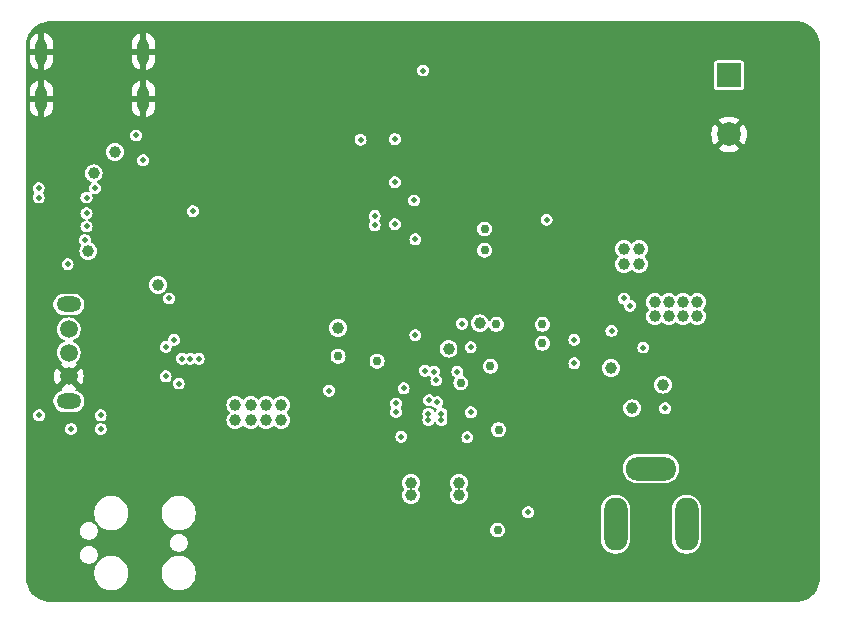
<source format=gbr>
%TF.GenerationSoftware,KiCad,Pcbnew,8.0.6+1*%
%TF.CreationDate,2024-11-21T12:35:32-05:00*%
%TF.ProjectId,powerSupplyBoard,706f7765-7253-4757-9070-6c79426f6172,01*%
%TF.SameCoordinates,Original*%
%TF.FileFunction,Copper,L3,Inr*%
%TF.FilePolarity,Positive*%
%FSLAX46Y46*%
G04 Gerber Fmt 4.6, Leading zero omitted, Abs format (unit mm)*
G04 Created by KiCad (PCBNEW 8.0.6+1) date 2024-11-21 12:35:32*
%MOMM*%
%LPD*%
G01*
G04 APERTURE LIST*
%TA.AperFunction,ComponentPad*%
%ADD10O,1.000000X2.200000*%
%TD*%
%TA.AperFunction,ComponentPad*%
%ADD11O,2.000000X4.500000*%
%TD*%
%TA.AperFunction,ComponentPad*%
%ADD12O,4.250000X2.000000*%
%TD*%
%TA.AperFunction,ComponentPad*%
%ADD13R,2.000000X2.000000*%
%TD*%
%TA.AperFunction,ComponentPad*%
%ADD14C,2.000000*%
%TD*%
%TA.AperFunction,ComponentPad*%
%ADD15O,2.100000X1.300000*%
%TD*%
%TA.AperFunction,ComponentPad*%
%ADD16C,1.500000*%
%TD*%
%TA.AperFunction,ViaPad*%
%ADD17C,0.600000*%
%TD*%
%TA.AperFunction,ViaPad*%
%ADD18C,0.750000*%
%TD*%
%TA.AperFunction,ViaPad*%
%ADD19C,0.500000*%
%TD*%
%TA.AperFunction,ViaPad*%
%ADD20C,1.000000*%
%TD*%
G04 APERTURE END LIST*
D10*
%TO.N,VSS*%
%TO.C,J1*%
X120320000Y-89500000D03*
X120320000Y-85500000D03*
X111680000Y-89500000D03*
X111680000Y-85500000D03*
%TD*%
D11*
%TO.N,Net-(F1-Pad1)*%
%TO.C,J3*%
X160300000Y-125500000D03*
%TO.N,GND*%
X166300000Y-125500000D03*
D12*
X163300000Y-120800000D03*
%TD*%
D13*
%TO.N,BAT+*%
%TO.C,J6*%
X169900000Y-87500000D03*
D14*
%TO.N,VSS*%
X169900000Y-92500000D03*
%TD*%
D15*
%TO.N,*%
%TO.C,SW2*%
X114000000Y-106900000D03*
X114000000Y-115100000D03*
D16*
%TO.N,+3V3*%
X114000000Y-109000000D03*
%TO.N,Net-(R6-Pad2)*%
X114000000Y-111000000D03*
%TO.N,VSS*%
X114000000Y-113000000D03*
%TD*%
D17*
%TO.N,VSS*%
X112400000Y-118575000D03*
D18*
X123150000Y-97600000D03*
D19*
X144500000Y-85600000D03*
X118350000Y-110150000D03*
D18*
X147200000Y-92700000D03*
D19*
X120060000Y-125900000D03*
D18*
X153150000Y-83400000D03*
D19*
X137600000Y-111850000D03*
D18*
X151900000Y-83400000D03*
X111400000Y-95900000D03*
D17*
X112400000Y-121200000D03*
D19*
X124100000Y-86300000D03*
D18*
X151900000Y-84400000D03*
X116050000Y-105500000D03*
X154450000Y-83400000D03*
D19*
X120950000Y-101500000D03*
X112500000Y-128000000D03*
X148500000Y-104900000D03*
D18*
X122300000Y-104000000D03*
D19*
X123500000Y-93200000D03*
D18*
X113350000Y-101400000D03*
D19*
X122700000Y-98450000D03*
X119650000Y-101500000D03*
X120950000Y-100200000D03*
X116700000Y-102350000D03*
D18*
X153150000Y-84400000D03*
D19*
X118350000Y-98900000D03*
X116320000Y-127100000D03*
X118350000Y-101500000D03*
X120100000Y-128500000D03*
X119650000Y-100200000D03*
X119650000Y-98900000D03*
X120950000Y-98900000D03*
X118350000Y-100200000D03*
X118900000Y-110150000D03*
D20*
X115444972Y-94794543D03*
D18*
X154450000Y-84400000D03*
D19*
X113250000Y-92500000D03*
D18*
X148400000Y-90450000D03*
D19*
X116350000Y-92500000D03*
D18*
%TO.N,GND*%
X149700000Y-112150000D03*
X150200000Y-108600000D03*
D20*
X161700000Y-115700000D03*
%TO.N,+3V3*%
X116100000Y-95800000D03*
X121550000Y-105250000D03*
X117900000Y-94000000D03*
X115650000Y-102400000D03*
D18*
%TO.N,VBUS*%
X150400000Y-117500000D03*
X147190000Y-113530000D03*
%TO.N,Net-(U4-BATP)*%
X136800000Y-111300000D03*
X140100000Y-111700000D03*
D19*
%TO.N,Net-(U4-BTST1)*%
X148037999Y-116037999D03*
D20*
%TO.N,Net-(U4-SW1)*%
X147025000Y-123050000D03*
D19*
X145550000Y-116150000D03*
D20*
X147025000Y-122000000D03*
D19*
X145550000Y-116700000D03*
%TO.N,Net-(U4-BTST2)*%
X141711091Y-115288909D03*
D20*
%TO.N,Net-(U4-SW2)*%
X142975000Y-122000000D03*
D19*
X144450000Y-116150000D03*
D20*
X142975000Y-123050000D03*
D19*
X144450000Y-116700000D03*
D20*
%TO.N,AGND*%
X159900000Y-112300000D03*
X148800000Y-108500000D03*
X164300000Y-113700000D03*
X146150000Y-110650000D03*
D19*
%TO.N,Net-(U6-BAT)*%
X156800000Y-109900000D03*
D18*
%TO.N,/Fuel Gauge/REGIN*%
X154100000Y-110200000D03*
D19*
%TO.N,/Fuel Gauge/REG25*%
X156800000Y-111900000D03*
%TO.N,Net-(U4-STAT)*%
X147750000Y-118150000D03*
D18*
X150300000Y-126000000D03*
%TO.N,BAT+*%
X149200000Y-100500000D03*
D20*
X132000000Y-115400000D03*
D18*
X149200000Y-102300000D03*
D20*
X166000000Y-106700000D03*
X128100000Y-116700000D03*
X164800000Y-106700000D03*
X164800000Y-107900000D03*
X129400000Y-116700000D03*
X129400000Y-115400000D03*
X167200000Y-107900000D03*
X130700000Y-116700000D03*
X132000000Y-116700000D03*
X163600000Y-106700000D03*
X128100000Y-115400000D03*
X163600000Y-107900000D03*
X130700000Y-115400000D03*
X166000000Y-107900000D03*
X167200000Y-106700000D03*
D19*
%TO.N,Net-(D2-Pad1)*%
X120300000Y-94700000D03*
X119700000Y-92600000D03*
%TO.N,/BAT_CHG_INT*%
X141700000Y-116000000D03*
X123600000Y-111500000D03*
%TO.N,/~{QON}*%
X124300000Y-111500000D03*
X145200000Y-115200000D03*
%TO.N,/SOC_ALERT*%
X122500000Y-106400000D03*
X162650000Y-110550000D03*
%TO.N,/BAL_ALERT*%
X138700000Y-92950000D03*
X124500000Y-99000000D03*
%TO.N,/SCL*%
X122200000Y-113000000D03*
X139900000Y-99400000D03*
X115500000Y-99200000D03*
X122200000Y-110500000D03*
X161000000Y-106400000D03*
X144900000Y-112600000D03*
%TO.N,/SDA*%
X122900000Y-109900000D03*
X144156587Y-112506587D03*
X123300000Y-113600000D03*
X161500000Y-107000000D03*
X115500000Y-100300000D03*
X139900000Y-100200000D03*
%TO.N,/~{CE}*%
X125000000Y-111500000D03*
X145125000Y-113331219D03*
%TO.N,/SWDCLK*%
X115500000Y-97850000D03*
X111450000Y-97850000D03*
X116700000Y-117450000D03*
X114200000Y-117450000D03*
%TO.N,/SWDIO*%
X111450000Y-97050000D03*
X116200000Y-97050000D03*
X111500000Y-116300000D03*
X116700000Y-116300000D03*
D18*
%TO.N,/Fuel Gauge/VEN*%
X154100000Y-108600000D03*
D19*
%TO.N,/TS*%
X159950000Y-109150000D03*
X143341402Y-101400000D03*
X143341402Y-109500000D03*
X164500000Y-115700000D03*
%TO.N,Net-(U4-SDRV)*%
X136050000Y-114200000D03*
X142150000Y-118100000D03*
%TO.N,Net-(Q2-Pad4)*%
X143250000Y-98100000D03*
X154450000Y-99750000D03*
%TO.N,Net-(U1-BOOT0)*%
X115350000Y-101450000D03*
X113900000Y-103500000D03*
%TO.N,/Battery Charger/REGN*%
X152900000Y-124500000D03*
X148025000Y-110525000D03*
%TO.N,Net-(U4-PROG)*%
X146900000Y-112600000D03*
X144500000Y-115000000D03*
%TO.N,/Battery Charger/ILIM_HZ*%
X147300000Y-108525000D03*
X142350000Y-114000000D03*
%TO.N,/Battery Monitor/CHG*%
X141600000Y-100100000D03*
X144000000Y-87100000D03*
X141600000Y-92900000D03*
X141600000Y-96550000D03*
D20*
%TO.N,/Battery Monitor/1P*%
X136800000Y-108900000D03*
X162300000Y-102200000D03*
X161000000Y-102200000D03*
X162300000Y-103500000D03*
X161000000Y-103500000D03*
%TD*%
%TA.AperFunction,Conductor*%
%TO.N,VSS*%
G36*
X175502044Y-82881634D02*
G01*
X175772432Y-82899356D01*
X175780536Y-82900422D01*
X176044301Y-82952888D01*
X176052176Y-82954999D01*
X176276985Y-83031311D01*
X176306832Y-83041443D01*
X176314385Y-83044571D01*
X176555578Y-83163514D01*
X176562658Y-83167602D01*
X176786255Y-83317005D01*
X176792740Y-83321981D01*
X176994933Y-83499299D01*
X177000700Y-83505066D01*
X177168507Y-83696414D01*
X177178017Y-83707258D01*
X177182994Y-83713744D01*
X177332397Y-83937341D01*
X177336485Y-83944421D01*
X177455428Y-84185614D01*
X177458556Y-84193167D01*
X177544997Y-84447812D01*
X177547113Y-84455709D01*
X177599576Y-84719462D01*
X177600643Y-84727567D01*
X177618366Y-84997955D01*
X177618500Y-85002043D01*
X177618500Y-129997956D01*
X177618366Y-130002044D01*
X177600643Y-130272432D01*
X177599576Y-130280537D01*
X177547113Y-130544290D01*
X177544997Y-130552187D01*
X177458556Y-130806832D01*
X177455428Y-130814385D01*
X177336485Y-131055578D01*
X177332397Y-131062658D01*
X177182994Y-131286255D01*
X177178017Y-131292741D01*
X177000707Y-131494926D01*
X176994926Y-131500707D01*
X176792741Y-131678017D01*
X176786255Y-131682994D01*
X176562658Y-131832397D01*
X176555578Y-131836485D01*
X176314385Y-131955428D01*
X176306832Y-131958556D01*
X176052187Y-132044997D01*
X176044290Y-132047113D01*
X175780537Y-132099576D01*
X175772432Y-132100643D01*
X175502044Y-132118366D01*
X175497956Y-132118500D01*
X112502044Y-132118500D01*
X112497956Y-132118366D01*
X112227567Y-132100643D01*
X112219462Y-132099576D01*
X111955709Y-132047113D01*
X111947812Y-132044997D01*
X111693167Y-131958556D01*
X111685614Y-131955428D01*
X111444421Y-131836485D01*
X111437341Y-131832397D01*
X111213744Y-131682994D01*
X111207258Y-131678017D01*
X111196414Y-131668507D01*
X111005066Y-131500700D01*
X110999299Y-131494933D01*
X110821981Y-131292740D01*
X110817005Y-131286255D01*
X110667602Y-131062658D01*
X110663514Y-131055578D01*
X110624421Y-130976306D01*
X110544571Y-130814385D01*
X110541443Y-130806832D01*
X110518706Y-130739851D01*
X110454999Y-130552176D01*
X110452888Y-130544301D01*
X110400422Y-130280536D01*
X110399356Y-130272432D01*
X110381634Y-130002044D01*
X110381500Y-129997956D01*
X110381500Y-129526514D01*
X116153050Y-129526514D01*
X116153050Y-129753485D01*
X116188556Y-129977662D01*
X116258692Y-130193518D01*
X116258693Y-130193520D01*
X116298901Y-130272432D01*
X116361734Y-130395747D01*
X116495142Y-130579368D01*
X116495145Y-130579371D01*
X116495148Y-130579375D01*
X116655624Y-130739851D01*
X116655627Y-130739853D01*
X116655632Y-130739858D01*
X116839253Y-130873266D01*
X117041483Y-130976308D01*
X117257343Y-131046445D01*
X117481516Y-131081950D01*
X117481518Y-131081950D01*
X117708482Y-131081950D01*
X117708484Y-131081950D01*
X117932657Y-131046445D01*
X118148517Y-130976308D01*
X118350747Y-130873266D01*
X118534368Y-130739858D01*
X118694858Y-130579368D01*
X118828266Y-130395747D01*
X118931308Y-130193517D01*
X119001445Y-129977657D01*
X119036950Y-129753484D01*
X119036950Y-129526516D01*
X119036950Y-129526514D01*
X121868050Y-129526514D01*
X121868050Y-129753485D01*
X121903556Y-129977662D01*
X121973692Y-130193518D01*
X121973693Y-130193520D01*
X122013901Y-130272432D01*
X122076734Y-130395747D01*
X122210142Y-130579368D01*
X122210145Y-130579371D01*
X122210148Y-130579375D01*
X122370624Y-130739851D01*
X122370627Y-130739853D01*
X122370632Y-130739858D01*
X122554253Y-130873266D01*
X122756483Y-130976308D01*
X122972343Y-131046445D01*
X123196516Y-131081950D01*
X123196518Y-131081950D01*
X123423482Y-131081950D01*
X123423484Y-131081950D01*
X123647657Y-131046445D01*
X123863517Y-130976308D01*
X124065747Y-130873266D01*
X124249368Y-130739858D01*
X124409858Y-130579368D01*
X124543266Y-130395747D01*
X124646308Y-130193517D01*
X124716445Y-129977657D01*
X124751950Y-129753484D01*
X124751950Y-129526516D01*
X124716445Y-129302343D01*
X124646308Y-129086483D01*
X124543266Y-128884253D01*
X124409858Y-128700632D01*
X124409853Y-128700627D01*
X124409851Y-128700624D01*
X124249375Y-128540148D01*
X124249371Y-128540145D01*
X124249368Y-128540142D01*
X124065747Y-128406734D01*
X123863520Y-128303693D01*
X123863518Y-128303692D01*
X123647662Y-128233556D01*
X123647658Y-128233555D01*
X123647657Y-128233555D01*
X123520370Y-128213395D01*
X123423485Y-128198050D01*
X123423484Y-128198050D01*
X123196516Y-128198050D01*
X123196514Y-128198050D01*
X122972337Y-128233556D01*
X122756481Y-128303692D01*
X122756479Y-128303693D01*
X122554252Y-128406734D01*
X122370624Y-128540148D01*
X122210148Y-128700624D01*
X122076734Y-128884252D01*
X121973693Y-129086479D01*
X121973692Y-129086481D01*
X121903556Y-129302337D01*
X121868050Y-129526514D01*
X119036950Y-129526514D01*
X119001445Y-129302343D01*
X118931308Y-129086483D01*
X118828266Y-128884253D01*
X118694858Y-128700632D01*
X118694853Y-128700627D01*
X118694851Y-128700624D01*
X118534375Y-128540148D01*
X118534371Y-128540145D01*
X118534368Y-128540142D01*
X118350747Y-128406734D01*
X118148520Y-128303693D01*
X118148518Y-128303692D01*
X117932662Y-128233556D01*
X117932658Y-128233555D01*
X117932657Y-128233555D01*
X117805370Y-128213395D01*
X117708485Y-128198050D01*
X117708484Y-128198050D01*
X117481516Y-128198050D01*
X117481514Y-128198050D01*
X117257337Y-128233556D01*
X117041481Y-128303692D01*
X117041479Y-128303693D01*
X116839252Y-128406734D01*
X116655624Y-128540148D01*
X116495148Y-128700624D01*
X116361734Y-128884252D01*
X116258693Y-129086479D01*
X116258692Y-129086481D01*
X116188556Y-129302337D01*
X116153050Y-129526514D01*
X110381500Y-129526514D01*
X110381500Y-128042150D01*
X114940200Y-128042150D01*
X114940200Y-128189849D01*
X114969013Y-128334707D01*
X114969014Y-128334710D01*
X115025534Y-128471161D01*
X115025536Y-128471164D01*
X115107592Y-128593970D01*
X115212030Y-128698408D01*
X115334836Y-128780464D01*
X115471291Y-128836986D01*
X115616151Y-128865800D01*
X115763849Y-128865800D01*
X115908709Y-128836986D01*
X116045164Y-128780464D01*
X116167970Y-128698408D01*
X116272408Y-128593970D01*
X116354464Y-128471164D01*
X116410986Y-128334709D01*
X116439800Y-128189849D01*
X116439800Y-128042151D01*
X116410986Y-127897291D01*
X116354464Y-127760836D01*
X116272408Y-127638030D01*
X116167970Y-127533592D01*
X116050594Y-127455164D01*
X116045166Y-127451537D01*
X116045161Y-127451534D01*
X115908710Y-127395014D01*
X115908707Y-127395013D01*
X115763849Y-127366200D01*
X115616151Y-127366200D01*
X115471292Y-127395013D01*
X115471289Y-127395014D01*
X115334838Y-127451534D01*
X115334833Y-127451537D01*
X115212030Y-127533591D01*
X115107591Y-127638030D01*
X115025537Y-127760833D01*
X115025534Y-127760838D01*
X114969014Y-127897289D01*
X114969013Y-127897292D01*
X114940200Y-128042150D01*
X110381500Y-128042150D01*
X110381500Y-127026150D01*
X122560200Y-127026150D01*
X122560200Y-127173849D01*
X122589013Y-127318707D01*
X122589014Y-127318710D01*
X122645534Y-127455161D01*
X122645537Y-127455166D01*
X122727591Y-127577969D01*
X122727592Y-127577970D01*
X122832030Y-127682408D01*
X122954836Y-127764464D01*
X123091291Y-127820986D01*
X123236151Y-127849800D01*
X123383849Y-127849800D01*
X123528709Y-127820986D01*
X123665164Y-127764464D01*
X123787970Y-127682408D01*
X123892408Y-127577970D01*
X123974464Y-127455164D01*
X124030986Y-127318709D01*
X124059800Y-127173849D01*
X124059800Y-127026151D01*
X124030986Y-126881291D01*
X123974464Y-126744836D01*
X123892408Y-126622030D01*
X123787970Y-126517592D01*
X123670594Y-126439164D01*
X123665166Y-126435537D01*
X123665161Y-126435534D01*
X123528710Y-126379014D01*
X123528707Y-126379013D01*
X123383849Y-126350200D01*
X123236151Y-126350200D01*
X123091292Y-126379013D01*
X123091289Y-126379014D01*
X122954838Y-126435534D01*
X122954833Y-126435537D01*
X122832030Y-126517591D01*
X122727591Y-126622030D01*
X122645537Y-126744833D01*
X122645534Y-126744838D01*
X122589014Y-126881289D01*
X122589013Y-126881292D01*
X122560200Y-127026150D01*
X110381500Y-127026150D01*
X110381500Y-126010150D01*
X114940200Y-126010150D01*
X114940200Y-126157849D01*
X114969013Y-126302707D01*
X114969014Y-126302710D01*
X115025534Y-126439161D01*
X115025537Y-126439166D01*
X115080800Y-126521873D01*
X115107592Y-126561970D01*
X115212030Y-126666408D01*
X115334836Y-126748464D01*
X115471291Y-126804986D01*
X115616151Y-126833800D01*
X115763849Y-126833800D01*
X115908709Y-126804986D01*
X116045164Y-126748464D01*
X116167970Y-126666408D01*
X116272408Y-126561970D01*
X116354464Y-126439164D01*
X116410986Y-126302709D01*
X116439800Y-126157849D01*
X116439800Y-126010151D01*
X116410986Y-125865291D01*
X116354464Y-125728836D01*
X116272408Y-125606030D01*
X116167970Y-125501592D01*
X116167969Y-125501591D01*
X116045166Y-125419537D01*
X116045161Y-125419534D01*
X115908710Y-125363014D01*
X115908707Y-125363013D01*
X115763849Y-125334200D01*
X115616151Y-125334200D01*
X115471292Y-125363013D01*
X115471289Y-125363014D01*
X115334838Y-125419534D01*
X115334833Y-125419537D01*
X115212030Y-125501591D01*
X115107591Y-125606030D01*
X115025537Y-125728833D01*
X115025534Y-125728838D01*
X114969014Y-125865289D01*
X114969013Y-125865292D01*
X114940200Y-126010150D01*
X110381500Y-126010150D01*
X110381500Y-124446516D01*
X116153050Y-124446516D01*
X116153050Y-124673484D01*
X116186581Y-124885196D01*
X116188556Y-124897662D01*
X116258692Y-125113518D01*
X116258693Y-125113520D01*
X116361734Y-125315747D01*
X116495142Y-125499368D01*
X116495145Y-125499371D01*
X116495148Y-125499375D01*
X116655624Y-125659851D01*
X116655627Y-125659853D01*
X116655632Y-125659858D01*
X116839253Y-125793266D01*
X117041483Y-125896308D01*
X117257343Y-125966445D01*
X117481516Y-126001950D01*
X117481518Y-126001950D01*
X117708482Y-126001950D01*
X117708484Y-126001950D01*
X117932657Y-125966445D01*
X118148517Y-125896308D01*
X118350747Y-125793266D01*
X118534368Y-125659858D01*
X118694858Y-125499368D01*
X118828266Y-125315747D01*
X118931308Y-125113517D01*
X119001445Y-124897657D01*
X119036950Y-124673484D01*
X119036950Y-124446516D01*
X121868050Y-124446516D01*
X121868050Y-124673484D01*
X121901581Y-124885196D01*
X121903556Y-124897662D01*
X121973692Y-125113518D01*
X121973693Y-125113520D01*
X122076734Y-125315747D01*
X122210142Y-125499368D01*
X122210145Y-125499371D01*
X122210148Y-125499375D01*
X122370624Y-125659851D01*
X122370627Y-125659853D01*
X122370632Y-125659858D01*
X122554253Y-125793266D01*
X122756483Y-125896308D01*
X122972343Y-125966445D01*
X123196516Y-126001950D01*
X123196518Y-126001950D01*
X123423482Y-126001950D01*
X123423484Y-126001950D01*
X123435815Y-125999997D01*
X149665877Y-125999997D01*
X149665877Y-126000002D01*
X149684301Y-126151752D01*
X149684302Y-126151756D01*
X149738511Y-126294691D01*
X149825349Y-126420498D01*
X149825352Y-126420501D01*
X149939777Y-126521873D01*
X150075137Y-126592915D01*
X150223565Y-126629500D01*
X150376435Y-126629500D01*
X150524863Y-126592915D01*
X150660223Y-126521873D01*
X150774648Y-126420501D01*
X150861488Y-126294692D01*
X150915697Y-126151756D01*
X150915698Y-126151752D01*
X150934123Y-126000002D01*
X150934123Y-125999997D01*
X150915698Y-125848247D01*
X150915697Y-125848243D01*
X150861488Y-125705308D01*
X150774650Y-125579501D01*
X150774646Y-125579497D01*
X150660222Y-125478126D01*
X150524865Y-125407086D01*
X150524864Y-125407085D01*
X150524863Y-125407085D01*
X150424988Y-125382467D01*
X150376436Y-125370500D01*
X150376435Y-125370500D01*
X150223565Y-125370500D01*
X150223563Y-125370500D01*
X150126457Y-125394435D01*
X150075137Y-125407085D01*
X150075136Y-125407085D01*
X150075134Y-125407086D01*
X149939777Y-125478126D01*
X149825353Y-125579497D01*
X149825349Y-125579501D01*
X149738511Y-125705308D01*
X149684302Y-125848243D01*
X149684301Y-125848247D01*
X149665877Y-125999997D01*
X123435815Y-125999997D01*
X123647657Y-125966445D01*
X123863517Y-125896308D01*
X124065747Y-125793266D01*
X124249368Y-125659858D01*
X124409858Y-125499368D01*
X124543266Y-125315747D01*
X124646308Y-125113517D01*
X124716445Y-124897657D01*
X124751950Y-124673484D01*
X124751950Y-124500000D01*
X152390312Y-124500000D01*
X152410957Y-124643594D01*
X152410958Y-124643597D01*
X152471222Y-124775556D01*
X152471225Y-124775561D01*
X152566226Y-124885198D01*
X152688263Y-124963626D01*
X152688268Y-124963629D01*
X152827461Y-125004499D01*
X152827463Y-125004500D01*
X152827464Y-125004500D01*
X152972537Y-125004500D01*
X152972537Y-125004499D01*
X153111732Y-124963629D01*
X153157535Y-124934192D01*
X153233773Y-124885198D01*
X153328774Y-124775561D01*
X153328777Y-124775558D01*
X153389042Y-124643596D01*
X153409688Y-124500000D01*
X153389042Y-124356404D01*
X153328777Y-124224442D01*
X153328774Y-124224438D01*
X153265374Y-124151271D01*
X159045500Y-124151271D01*
X159045500Y-126848728D01*
X159045501Y-126848744D01*
X159076389Y-127043760D01*
X159076389Y-127043761D01*
X159137409Y-127231562D01*
X159137410Y-127231564D01*
X159227056Y-127407502D01*
X159343122Y-127567254D01*
X159482745Y-127706877D01*
X159642497Y-127822943D01*
X159788407Y-127897289D01*
X159818439Y-127912591D01*
X160006237Y-127973610D01*
X160088437Y-127986629D01*
X160201255Y-128004498D01*
X160201261Y-128004498D01*
X160201269Y-128004500D01*
X160201271Y-128004500D01*
X160398729Y-128004500D01*
X160398731Y-128004500D01*
X160593763Y-127973610D01*
X160781561Y-127912591D01*
X160957501Y-127822944D01*
X161117252Y-127706879D01*
X161256879Y-127567252D01*
X161372944Y-127407501D01*
X161462591Y-127231561D01*
X161523610Y-127043763D01*
X161554500Y-126848731D01*
X161554500Y-124151271D01*
X165045500Y-124151271D01*
X165045500Y-126848728D01*
X165045501Y-126848744D01*
X165076389Y-127043760D01*
X165076389Y-127043761D01*
X165137409Y-127231562D01*
X165137410Y-127231564D01*
X165227056Y-127407502D01*
X165343122Y-127567254D01*
X165482745Y-127706877D01*
X165642497Y-127822943D01*
X165788407Y-127897289D01*
X165818439Y-127912591D01*
X166006237Y-127973610D01*
X166088437Y-127986629D01*
X166201255Y-128004498D01*
X166201261Y-128004498D01*
X166201269Y-128004500D01*
X166201271Y-128004500D01*
X166398729Y-128004500D01*
X166398731Y-128004500D01*
X166593763Y-127973610D01*
X166781561Y-127912591D01*
X166957501Y-127822944D01*
X167117252Y-127706879D01*
X167256879Y-127567252D01*
X167372944Y-127407501D01*
X167462591Y-127231561D01*
X167523610Y-127043763D01*
X167554500Y-126848731D01*
X167554500Y-124151269D01*
X167523610Y-123956237D01*
X167462591Y-123768439D01*
X167372944Y-123592499D01*
X167256879Y-123432748D01*
X167256877Y-123432745D01*
X167117254Y-123293122D01*
X166957502Y-123177056D01*
X166781564Y-123087410D01*
X166781562Y-123087409D01*
X166593761Y-123026389D01*
X166398744Y-122995501D01*
X166398732Y-122995500D01*
X166398731Y-122995500D01*
X166201269Y-122995500D01*
X166201267Y-122995500D01*
X166201255Y-122995501D01*
X166006239Y-123026389D01*
X166006238Y-123026389D01*
X165818437Y-123087409D01*
X165818435Y-123087410D01*
X165642497Y-123177056D01*
X165482745Y-123293122D01*
X165343122Y-123432745D01*
X165227056Y-123592497D01*
X165137410Y-123768435D01*
X165137409Y-123768437D01*
X165076389Y-123956238D01*
X165076389Y-123956239D01*
X165045501Y-124151255D01*
X165045500Y-124151271D01*
X161554500Y-124151271D01*
X161554500Y-124151269D01*
X161523610Y-123956237D01*
X161462591Y-123768439D01*
X161372944Y-123592499D01*
X161256879Y-123432748D01*
X161256877Y-123432745D01*
X161117254Y-123293122D01*
X160957502Y-123177056D01*
X160781564Y-123087410D01*
X160781562Y-123087409D01*
X160593761Y-123026389D01*
X160398744Y-122995501D01*
X160398732Y-122995500D01*
X160398731Y-122995500D01*
X160201269Y-122995500D01*
X160201267Y-122995500D01*
X160201255Y-122995501D01*
X160006239Y-123026389D01*
X160006238Y-123026389D01*
X159818437Y-123087409D01*
X159818435Y-123087410D01*
X159642497Y-123177056D01*
X159482745Y-123293122D01*
X159343122Y-123432745D01*
X159227056Y-123592497D01*
X159137410Y-123768435D01*
X159137409Y-123768437D01*
X159076389Y-123956238D01*
X159076389Y-123956239D01*
X159045501Y-124151255D01*
X159045500Y-124151271D01*
X153265374Y-124151271D01*
X153233773Y-124114801D01*
X153111736Y-124036373D01*
X153111727Y-124036369D01*
X152972538Y-123995500D01*
X152972536Y-123995500D01*
X152827464Y-123995500D01*
X152827462Y-123995500D01*
X152688272Y-124036369D01*
X152688263Y-124036373D01*
X152566226Y-124114801D01*
X152471225Y-124224438D01*
X152471222Y-124224443D01*
X152410958Y-124356402D01*
X152410957Y-124356405D01*
X152390312Y-124500000D01*
X124751950Y-124500000D01*
X124751950Y-124446516D01*
X124716445Y-124222343D01*
X124646308Y-124006483D01*
X124543266Y-123804253D01*
X124409858Y-123620632D01*
X124409853Y-123620627D01*
X124409851Y-123620624D01*
X124249375Y-123460148D01*
X124249371Y-123460145D01*
X124249368Y-123460142D01*
X124065747Y-123326734D01*
X123863520Y-123223693D01*
X123863518Y-123223692D01*
X123647662Y-123153556D01*
X123647658Y-123153555D01*
X123647657Y-123153555D01*
X123520370Y-123133395D01*
X123423485Y-123118050D01*
X123423484Y-123118050D01*
X123196516Y-123118050D01*
X123196514Y-123118050D01*
X122972337Y-123153556D01*
X122756481Y-123223692D01*
X122756479Y-123223693D01*
X122554252Y-123326734D01*
X122370624Y-123460148D01*
X122210148Y-123620624D01*
X122076734Y-123804252D01*
X121973693Y-124006479D01*
X121973692Y-124006481D01*
X121903556Y-124222337D01*
X121903555Y-124222342D01*
X121903555Y-124222343D01*
X121868050Y-124446516D01*
X119036950Y-124446516D01*
X119001445Y-124222343D01*
X118931308Y-124006483D01*
X118828266Y-123804253D01*
X118694858Y-123620632D01*
X118694853Y-123620627D01*
X118694851Y-123620624D01*
X118534375Y-123460148D01*
X118534371Y-123460145D01*
X118534368Y-123460142D01*
X118350747Y-123326734D01*
X118148520Y-123223693D01*
X118148518Y-123223692D01*
X117932662Y-123153556D01*
X117932658Y-123153555D01*
X117932657Y-123153555D01*
X117805370Y-123133395D01*
X117708485Y-123118050D01*
X117708484Y-123118050D01*
X117481516Y-123118050D01*
X117481514Y-123118050D01*
X117257337Y-123153556D01*
X117041481Y-123223692D01*
X117041479Y-123223693D01*
X116839252Y-123326734D01*
X116655624Y-123460148D01*
X116495148Y-123620624D01*
X116361734Y-123804252D01*
X116258693Y-124006479D01*
X116258692Y-124006481D01*
X116188556Y-124222337D01*
X116188555Y-124222342D01*
X116188555Y-124222343D01*
X116153050Y-124446516D01*
X110381500Y-124446516D01*
X110381500Y-122000000D01*
X142215726Y-122000000D01*
X142234762Y-122168950D01*
X142234763Y-122168954D01*
X142290919Y-122329439D01*
X142290921Y-122329443D01*
X142381374Y-122473398D01*
X142388782Y-122480806D01*
X142407088Y-122525000D01*
X142388782Y-122569194D01*
X142381375Y-122576600D01*
X142381374Y-122576601D01*
X142290921Y-122720556D01*
X142290919Y-122720560D01*
X142234763Y-122881045D01*
X142234762Y-122881049D01*
X142215726Y-123050000D01*
X142234762Y-123218950D01*
X142234763Y-123218954D01*
X142290919Y-123379439D01*
X142290921Y-123379443D01*
X142381374Y-123523398D01*
X142501601Y-123643625D01*
X142645556Y-123734078D01*
X142645559Y-123734079D01*
X142645563Y-123734082D01*
X142806046Y-123790237D01*
X142975000Y-123809274D01*
X143143954Y-123790237D01*
X143304437Y-123734082D01*
X143448400Y-123643624D01*
X143568624Y-123523400D01*
X143659082Y-123379437D01*
X143715237Y-123218954D01*
X143734274Y-123050000D01*
X143715237Y-122881046D01*
X143659082Y-122720563D01*
X143568624Y-122576600D01*
X143561218Y-122569194D01*
X143542912Y-122525000D01*
X143561218Y-122480806D01*
X143568624Y-122473400D01*
X143659082Y-122329437D01*
X143715237Y-122168954D01*
X143734274Y-122000000D01*
X146265726Y-122000000D01*
X146284762Y-122168950D01*
X146284763Y-122168954D01*
X146340919Y-122329439D01*
X146340921Y-122329443D01*
X146431374Y-122473398D01*
X146438782Y-122480806D01*
X146457088Y-122525000D01*
X146438782Y-122569194D01*
X146431375Y-122576600D01*
X146431374Y-122576601D01*
X146340921Y-122720556D01*
X146340919Y-122720560D01*
X146284763Y-122881045D01*
X146284762Y-122881049D01*
X146265726Y-123050000D01*
X146284762Y-123218950D01*
X146284763Y-123218954D01*
X146340919Y-123379439D01*
X146340921Y-123379443D01*
X146431374Y-123523398D01*
X146551601Y-123643625D01*
X146695556Y-123734078D01*
X146695559Y-123734079D01*
X146695563Y-123734082D01*
X146856046Y-123790237D01*
X147025000Y-123809274D01*
X147193954Y-123790237D01*
X147354437Y-123734082D01*
X147498400Y-123643624D01*
X147618624Y-123523400D01*
X147709082Y-123379437D01*
X147765237Y-123218954D01*
X147784274Y-123050000D01*
X147765237Y-122881046D01*
X147709082Y-122720563D01*
X147618624Y-122576600D01*
X147611218Y-122569194D01*
X147592912Y-122525000D01*
X147611218Y-122480806D01*
X147618624Y-122473400D01*
X147709082Y-122329437D01*
X147765237Y-122168954D01*
X147784274Y-122000000D01*
X147765237Y-121831046D01*
X147709082Y-121670563D01*
X147675584Y-121617252D01*
X147618625Y-121526601D01*
X147498398Y-121406374D01*
X147354443Y-121315921D01*
X147354439Y-121315919D01*
X147354438Y-121315918D01*
X147354437Y-121315918D01*
X147193954Y-121259763D01*
X147193950Y-121259762D01*
X147025000Y-121240726D01*
X146856049Y-121259762D01*
X146856045Y-121259763D01*
X146695560Y-121315919D01*
X146695556Y-121315921D01*
X146551601Y-121406374D01*
X146431374Y-121526601D01*
X146340921Y-121670556D01*
X146340919Y-121670560D01*
X146284763Y-121831045D01*
X146284762Y-121831049D01*
X146265726Y-122000000D01*
X143734274Y-122000000D01*
X143715237Y-121831046D01*
X143659082Y-121670563D01*
X143625584Y-121617252D01*
X143568625Y-121526601D01*
X143448398Y-121406374D01*
X143304443Y-121315921D01*
X143304439Y-121315919D01*
X143304438Y-121315918D01*
X143304437Y-121315918D01*
X143143954Y-121259763D01*
X143143950Y-121259762D01*
X142975000Y-121240726D01*
X142806049Y-121259762D01*
X142806045Y-121259763D01*
X142645560Y-121315919D01*
X142645556Y-121315921D01*
X142501601Y-121406374D01*
X142381374Y-121526601D01*
X142290921Y-121670556D01*
X142290919Y-121670560D01*
X142234763Y-121831045D01*
X142234762Y-121831049D01*
X142215726Y-122000000D01*
X110381500Y-122000000D01*
X110381500Y-120701271D01*
X160920500Y-120701271D01*
X160920500Y-120898728D01*
X160920501Y-120898744D01*
X160951389Y-121093760D01*
X160951389Y-121093761D01*
X161012409Y-121281562D01*
X161012410Y-121281564D01*
X161102056Y-121457502D01*
X161218122Y-121617254D01*
X161357745Y-121756877D01*
X161517497Y-121872943D01*
X161517499Y-121872944D01*
X161693439Y-121962591D01*
X161881237Y-122023610D01*
X161963437Y-122036629D01*
X162076255Y-122054498D01*
X162076261Y-122054498D01*
X162076269Y-122054500D01*
X162076271Y-122054500D01*
X164523729Y-122054500D01*
X164523731Y-122054500D01*
X164718763Y-122023610D01*
X164906561Y-121962591D01*
X165082501Y-121872944D01*
X165242252Y-121756879D01*
X165381879Y-121617252D01*
X165497944Y-121457501D01*
X165587591Y-121281561D01*
X165648610Y-121093763D01*
X165679500Y-120898731D01*
X165679500Y-120701269D01*
X165648610Y-120506237D01*
X165587591Y-120318439D01*
X165497944Y-120142499D01*
X165381879Y-119982748D01*
X165381877Y-119982745D01*
X165242254Y-119843122D01*
X165082502Y-119727056D01*
X164906564Y-119637410D01*
X164906562Y-119637409D01*
X164718761Y-119576389D01*
X164523744Y-119545501D01*
X164523732Y-119545500D01*
X164523731Y-119545500D01*
X162076269Y-119545500D01*
X162076267Y-119545500D01*
X162076255Y-119545501D01*
X161881239Y-119576389D01*
X161881238Y-119576389D01*
X161693437Y-119637409D01*
X161693435Y-119637410D01*
X161517497Y-119727056D01*
X161357745Y-119843122D01*
X161218122Y-119982745D01*
X161102056Y-120142497D01*
X161012410Y-120318435D01*
X161012409Y-120318437D01*
X160951389Y-120506238D01*
X160951389Y-120506239D01*
X160920501Y-120701255D01*
X160920500Y-120701271D01*
X110381500Y-120701271D01*
X110381500Y-118100000D01*
X141640312Y-118100000D01*
X141660957Y-118243594D01*
X141660958Y-118243597D01*
X141721222Y-118375556D01*
X141721225Y-118375561D01*
X141816226Y-118485198D01*
X141938263Y-118563626D01*
X141938268Y-118563629D01*
X142077461Y-118604499D01*
X142077463Y-118604500D01*
X142077464Y-118604500D01*
X142222537Y-118604500D01*
X142222537Y-118604499D01*
X142361732Y-118563629D01*
X142407535Y-118534192D01*
X142483773Y-118485198D01*
X142535449Y-118425561D01*
X142578777Y-118375558D01*
X142639042Y-118243596D01*
X142652499Y-118150000D01*
X147240312Y-118150000D01*
X147260957Y-118293594D01*
X147260958Y-118293597D01*
X147321222Y-118425556D01*
X147321225Y-118425561D01*
X147416226Y-118535198D01*
X147524063Y-118604500D01*
X147538268Y-118613629D01*
X147677461Y-118654499D01*
X147677463Y-118654500D01*
X147677464Y-118654500D01*
X147822537Y-118654500D01*
X147822537Y-118654499D01*
X147961732Y-118613629D01*
X148007535Y-118584192D01*
X148083773Y-118535198D01*
X148083775Y-118535196D01*
X148178777Y-118425558D01*
X148239042Y-118293596D01*
X148259688Y-118150000D01*
X148239042Y-118006404D01*
X148178777Y-117874442D01*
X148144772Y-117835198D01*
X148083773Y-117764801D01*
X147961736Y-117686373D01*
X147961727Y-117686369D01*
X147822538Y-117645500D01*
X147822536Y-117645500D01*
X147677464Y-117645500D01*
X147677462Y-117645500D01*
X147538272Y-117686369D01*
X147538263Y-117686373D01*
X147416226Y-117764801D01*
X147321225Y-117874438D01*
X147321222Y-117874443D01*
X147260958Y-118006402D01*
X147260957Y-118006405D01*
X147240312Y-118150000D01*
X142652499Y-118150000D01*
X142659688Y-118100000D01*
X142639042Y-117956404D01*
X142578777Y-117824442D01*
X142578774Y-117824438D01*
X142483773Y-117714801D01*
X142361736Y-117636373D01*
X142361727Y-117636369D01*
X142222538Y-117595500D01*
X142222536Y-117595500D01*
X142077464Y-117595500D01*
X142077462Y-117595500D01*
X141938272Y-117636369D01*
X141938263Y-117636373D01*
X141816226Y-117714801D01*
X141721225Y-117824438D01*
X141721222Y-117824443D01*
X141660958Y-117956402D01*
X141660957Y-117956405D01*
X141640312Y-118100000D01*
X110381500Y-118100000D01*
X110381500Y-117450000D01*
X113690312Y-117450000D01*
X113710957Y-117593594D01*
X113710958Y-117593597D01*
X113771222Y-117725556D01*
X113771225Y-117725561D01*
X113866226Y-117835198D01*
X113988263Y-117913626D01*
X113988268Y-117913629D01*
X114011676Y-117920502D01*
X114127461Y-117954499D01*
X114127463Y-117954500D01*
X114127464Y-117954500D01*
X114272537Y-117954500D01*
X114272537Y-117954499D01*
X114411732Y-117913629D01*
X114472714Y-117874438D01*
X114533773Y-117835198D01*
X114533775Y-117835196D01*
X114628777Y-117725558D01*
X114689042Y-117593596D01*
X114709688Y-117450000D01*
X116190312Y-117450000D01*
X116210957Y-117593594D01*
X116210958Y-117593597D01*
X116271222Y-117725556D01*
X116271225Y-117725561D01*
X116366226Y-117835198D01*
X116488263Y-117913626D01*
X116488268Y-117913629D01*
X116511676Y-117920502D01*
X116627461Y-117954499D01*
X116627463Y-117954500D01*
X116627464Y-117954500D01*
X116772537Y-117954500D01*
X116772537Y-117954499D01*
X116911732Y-117913629D01*
X116972714Y-117874438D01*
X117033773Y-117835198D01*
X117033775Y-117835196D01*
X117128777Y-117725558D01*
X117189042Y-117593596D01*
X117202500Y-117499997D01*
X149765877Y-117499997D01*
X149765877Y-117500002D01*
X149784301Y-117651752D01*
X149784302Y-117651756D01*
X149838511Y-117794691D01*
X149925349Y-117920498D01*
X149925352Y-117920501D01*
X150039777Y-118021873D01*
X150175137Y-118092915D01*
X150323565Y-118129500D01*
X150476435Y-118129500D01*
X150624863Y-118092915D01*
X150760223Y-118021873D01*
X150874648Y-117920501D01*
X150961488Y-117794692D01*
X151015697Y-117651756D01*
X151015698Y-117651752D01*
X151034123Y-117500002D01*
X151034123Y-117499997D01*
X151015698Y-117348247D01*
X151015697Y-117348243D01*
X150961488Y-117205308D01*
X150874650Y-117079501D01*
X150874646Y-117079497D01*
X150760222Y-116978126D01*
X150624865Y-116907086D01*
X150624864Y-116907085D01*
X150624863Y-116907085D01*
X150524988Y-116882467D01*
X150476436Y-116870500D01*
X150476435Y-116870500D01*
X150323565Y-116870500D01*
X150323563Y-116870500D01*
X150226457Y-116894435D01*
X150175137Y-116907085D01*
X150175136Y-116907085D01*
X150175134Y-116907086D01*
X150039777Y-116978126D01*
X149925353Y-117079497D01*
X149925349Y-117079501D01*
X149838511Y-117205308D01*
X149784302Y-117348243D01*
X149784301Y-117348247D01*
X149765877Y-117499997D01*
X117202500Y-117499997D01*
X117209688Y-117450000D01*
X117189042Y-117306404D01*
X117128777Y-117174442D01*
X117128774Y-117174438D01*
X117033773Y-117064801D01*
X116911736Y-116986373D01*
X116911727Y-116986369D01*
X116772538Y-116945500D01*
X116772536Y-116945500D01*
X116627464Y-116945500D01*
X116627462Y-116945500D01*
X116488272Y-116986369D01*
X116488263Y-116986373D01*
X116366226Y-117064801D01*
X116271225Y-117174438D01*
X116271222Y-117174443D01*
X116210958Y-117306402D01*
X116210957Y-117306405D01*
X116190312Y-117450000D01*
X114709688Y-117450000D01*
X114689042Y-117306404D01*
X114628777Y-117174442D01*
X114628774Y-117174438D01*
X114533773Y-117064801D01*
X114411736Y-116986373D01*
X114411727Y-116986369D01*
X114272538Y-116945500D01*
X114272536Y-116945500D01*
X114127464Y-116945500D01*
X114127462Y-116945500D01*
X113988272Y-116986369D01*
X113988263Y-116986373D01*
X113866226Y-117064801D01*
X113771225Y-117174438D01*
X113771222Y-117174443D01*
X113710958Y-117306402D01*
X113710957Y-117306405D01*
X113690312Y-117450000D01*
X110381500Y-117450000D01*
X110381500Y-116300000D01*
X110990312Y-116300000D01*
X111010957Y-116443594D01*
X111010958Y-116443597D01*
X111071222Y-116575556D01*
X111071225Y-116575561D01*
X111166226Y-116685198D01*
X111288263Y-116763626D01*
X111288268Y-116763629D01*
X111422284Y-116802979D01*
X111427461Y-116804499D01*
X111427463Y-116804500D01*
X111427464Y-116804500D01*
X111572537Y-116804500D01*
X111572537Y-116804499D01*
X111711732Y-116763629D01*
X111757535Y-116734192D01*
X111833773Y-116685198D01*
X111928774Y-116575561D01*
X111928777Y-116575558D01*
X111989042Y-116443596D01*
X112009688Y-116300000D01*
X116190312Y-116300000D01*
X116210957Y-116443594D01*
X116210958Y-116443597D01*
X116271222Y-116575556D01*
X116271225Y-116575561D01*
X116366226Y-116685198D01*
X116488263Y-116763626D01*
X116488268Y-116763629D01*
X116622284Y-116802979D01*
X116627461Y-116804499D01*
X116627463Y-116804500D01*
X116627464Y-116804500D01*
X116772537Y-116804500D01*
X116772537Y-116804499D01*
X116911732Y-116763629D01*
X116957535Y-116734192D01*
X117033773Y-116685198D01*
X117128774Y-116575561D01*
X117128777Y-116575558D01*
X117189042Y-116443596D01*
X117209688Y-116300000D01*
X117189042Y-116156404D01*
X117128777Y-116024442D01*
X117113147Y-116006404D01*
X117033773Y-115914801D01*
X116911736Y-115836373D01*
X116911727Y-115836369D01*
X116772538Y-115795500D01*
X116772536Y-115795500D01*
X116627464Y-115795500D01*
X116627462Y-115795500D01*
X116488272Y-115836369D01*
X116488263Y-115836373D01*
X116366226Y-115914801D01*
X116271225Y-116024438D01*
X116271222Y-116024443D01*
X116210958Y-116156402D01*
X116210957Y-116156405D01*
X116190312Y-116300000D01*
X112009688Y-116300000D01*
X111989042Y-116156404D01*
X111928777Y-116024442D01*
X111913147Y-116006404D01*
X111833773Y-115914801D01*
X111711736Y-115836373D01*
X111711727Y-115836369D01*
X111572538Y-115795500D01*
X111572536Y-115795500D01*
X111427464Y-115795500D01*
X111427462Y-115795500D01*
X111288272Y-115836369D01*
X111288263Y-115836373D01*
X111166226Y-115914801D01*
X111071225Y-116024438D01*
X111071222Y-116024443D01*
X111010958Y-116156402D01*
X111010957Y-116156405D01*
X110990312Y-116300000D01*
X110381500Y-116300000D01*
X110381500Y-115010914D01*
X112695500Y-115010914D01*
X112695500Y-115189085D01*
X112730259Y-115363831D01*
X112798443Y-115528441D01*
X112798444Y-115528444D01*
X112897428Y-115676584D01*
X113023415Y-115802571D01*
X113171555Y-115901555D01*
X113171557Y-115901555D01*
X113171559Y-115901557D01*
X113336167Y-115969740D01*
X113510915Y-116004500D01*
X114489085Y-116004500D01*
X114663833Y-115969740D01*
X114828441Y-115901557D01*
X114976585Y-115802571D01*
X115102571Y-115676585D01*
X115201557Y-115528441D01*
X115254759Y-115400000D01*
X127340726Y-115400000D01*
X127359762Y-115568950D01*
X127359763Y-115568954D01*
X127400849Y-115686373D01*
X127415919Y-115729439D01*
X127415921Y-115729443D01*
X127506374Y-115873398D01*
X127626600Y-115993624D01*
X127626604Y-115993627D01*
X127632100Y-115997081D01*
X127659780Y-116036094D01*
X127651766Y-116083253D01*
X127632100Y-116102919D01*
X127626604Y-116106372D01*
X127626600Y-116106375D01*
X127506374Y-116226601D01*
X127415921Y-116370556D01*
X127415919Y-116370560D01*
X127359763Y-116531045D01*
X127359762Y-116531049D01*
X127340726Y-116700000D01*
X127359762Y-116868950D01*
X127359763Y-116868954D01*
X127400849Y-116986373D01*
X127415919Y-117029439D01*
X127415921Y-117029443D01*
X127506374Y-117173398D01*
X127626601Y-117293625D01*
X127770556Y-117384078D01*
X127770559Y-117384079D01*
X127770563Y-117384082D01*
X127931046Y-117440237D01*
X128100000Y-117459274D01*
X128268954Y-117440237D01*
X128429437Y-117384082D01*
X128573400Y-117293624D01*
X128693624Y-117173400D01*
X128697079Y-117167900D01*
X128736091Y-117140219D01*
X128783251Y-117148231D01*
X128802921Y-117167901D01*
X128806376Y-117173400D01*
X128926601Y-117293625D01*
X129070556Y-117384078D01*
X129070559Y-117384079D01*
X129070563Y-117384082D01*
X129231046Y-117440237D01*
X129400000Y-117459274D01*
X129568954Y-117440237D01*
X129729437Y-117384082D01*
X129873400Y-117293624D01*
X129993624Y-117173400D01*
X129997079Y-117167900D01*
X130036091Y-117140219D01*
X130083251Y-117148231D01*
X130102921Y-117167901D01*
X130106376Y-117173400D01*
X130226601Y-117293625D01*
X130370556Y-117384078D01*
X130370559Y-117384079D01*
X130370563Y-117384082D01*
X130531046Y-117440237D01*
X130700000Y-117459274D01*
X130868954Y-117440237D01*
X131029437Y-117384082D01*
X131173400Y-117293624D01*
X131293624Y-117173400D01*
X131297079Y-117167900D01*
X131336091Y-117140219D01*
X131383251Y-117148231D01*
X131402921Y-117167901D01*
X131406376Y-117173400D01*
X131526601Y-117293625D01*
X131670556Y-117384078D01*
X131670559Y-117384079D01*
X131670563Y-117384082D01*
X131831046Y-117440237D01*
X132000000Y-117459274D01*
X132168954Y-117440237D01*
X132329437Y-117384082D01*
X132473400Y-117293624D01*
X132593624Y-117173400D01*
X132684082Y-117029437D01*
X132740237Y-116868954D01*
X132759274Y-116700000D01*
X132740237Y-116531046D01*
X132684082Y-116370563D01*
X132649999Y-116316321D01*
X132593625Y-116226601D01*
X132473400Y-116106376D01*
X132467901Y-116102921D01*
X132440219Y-116063909D01*
X132448231Y-116016749D01*
X132464980Y-116000000D01*
X141190312Y-116000000D01*
X141210957Y-116143594D01*
X141210958Y-116143597D01*
X141271222Y-116275556D01*
X141271225Y-116275561D01*
X141366226Y-116385198D01*
X141488263Y-116463626D01*
X141488268Y-116463629D01*
X141627461Y-116504499D01*
X141627463Y-116504500D01*
X141627464Y-116504500D01*
X141772537Y-116504500D01*
X141772537Y-116504499D01*
X141911732Y-116463629D01*
X141957535Y-116434192D01*
X142033773Y-116385198D01*
X142034742Y-116384080D01*
X142128777Y-116275558D01*
X142186117Y-116150000D01*
X143940312Y-116150000D01*
X143960957Y-116293594D01*
X143960958Y-116293597D01*
X144009111Y-116399037D01*
X144010818Y-116446842D01*
X144009111Y-116450963D01*
X143960958Y-116556402D01*
X143960957Y-116556405D01*
X143940312Y-116700000D01*
X143960957Y-116843594D01*
X143960958Y-116843597D01*
X144021222Y-116975556D01*
X144021225Y-116975561D01*
X144116226Y-117085198D01*
X144214308Y-117148231D01*
X144238268Y-117163629D01*
X144275098Y-117174443D01*
X144377461Y-117204499D01*
X144377463Y-117204500D01*
X144377464Y-117204500D01*
X144522537Y-117204500D01*
X144522537Y-117204499D01*
X144661732Y-117163629D01*
X144707535Y-117134192D01*
X144783773Y-117085198D01*
X144785090Y-117083678D01*
X144878777Y-116975558D01*
X144939042Y-116843596D01*
X144939042Y-116843594D01*
X144940032Y-116840225D01*
X144970048Y-116802979D01*
X145017609Y-116797866D01*
X145054855Y-116827882D01*
X145059968Y-116840225D01*
X145060957Y-116843595D01*
X145121222Y-116975556D01*
X145121225Y-116975561D01*
X145216226Y-117085198D01*
X145314308Y-117148231D01*
X145338268Y-117163629D01*
X145375098Y-117174443D01*
X145477461Y-117204499D01*
X145477463Y-117204500D01*
X145477464Y-117204500D01*
X145622537Y-117204500D01*
X145622537Y-117204499D01*
X145761732Y-117163629D01*
X145807535Y-117134192D01*
X145883773Y-117085198D01*
X145885090Y-117083678D01*
X145978777Y-116975558D01*
X146039042Y-116843596D01*
X146059688Y-116700000D01*
X146039527Y-116559774D01*
X146039042Y-116556403D01*
X145996673Y-116463630D01*
X145990887Y-116450962D01*
X145989180Y-116403159D01*
X145990888Y-116399037D01*
X146039042Y-116293596D01*
X146059688Y-116150000D01*
X146043585Y-116037999D01*
X147528311Y-116037999D01*
X147548956Y-116181593D01*
X147548957Y-116181596D01*
X147609221Y-116313555D01*
X147609224Y-116313560D01*
X147704225Y-116423197D01*
X147826262Y-116501625D01*
X147826267Y-116501628D01*
X147965460Y-116542498D01*
X147965462Y-116542499D01*
X147965463Y-116542499D01*
X148110536Y-116542499D01*
X148110536Y-116542498D01*
X148249731Y-116501628D01*
X148295534Y-116472191D01*
X148371772Y-116423197D01*
X148392708Y-116399036D01*
X148466776Y-116313557D01*
X148527041Y-116181595D01*
X148547687Y-116037999D01*
X148527041Y-115894403D01*
X148466776Y-115762441D01*
X148466773Y-115762437D01*
X148412671Y-115700000D01*
X160940726Y-115700000D01*
X160959762Y-115868950D01*
X160959763Y-115868954D01*
X161011478Y-116016749D01*
X161015919Y-116029439D01*
X161015921Y-116029443D01*
X161106374Y-116173398D01*
X161226601Y-116293625D01*
X161370556Y-116384078D01*
X161370559Y-116384079D01*
X161370563Y-116384082D01*
X161531046Y-116440237D01*
X161700000Y-116459274D01*
X161868954Y-116440237D01*
X162029437Y-116384082D01*
X162173400Y-116293624D01*
X162293624Y-116173400D01*
X162384082Y-116029437D01*
X162440237Y-115868954D01*
X162459274Y-115700000D01*
X163990312Y-115700000D01*
X164010957Y-115843594D01*
X164010958Y-115843597D01*
X164071222Y-115975556D01*
X164071225Y-115975561D01*
X164166226Y-116085198D01*
X164277027Y-116156405D01*
X164288268Y-116163629D01*
X164349449Y-116181593D01*
X164427461Y-116204499D01*
X164427463Y-116204500D01*
X164427464Y-116204500D01*
X164572537Y-116204500D01*
X164572537Y-116204499D01*
X164711732Y-116163629D01*
X164800819Y-116106376D01*
X164833773Y-116085198D01*
X164833775Y-116085196D01*
X164928777Y-115975558D01*
X164989042Y-115843596D01*
X165009688Y-115700000D01*
X164989042Y-115556404D01*
X164928777Y-115424442D01*
X164894772Y-115385198D01*
X164833773Y-115314801D01*
X164711736Y-115236373D01*
X164711727Y-115236369D01*
X164572538Y-115195500D01*
X164572536Y-115195500D01*
X164427464Y-115195500D01*
X164427462Y-115195500D01*
X164288272Y-115236369D01*
X164288263Y-115236373D01*
X164166226Y-115314801D01*
X164071225Y-115424438D01*
X164071222Y-115424443D01*
X164010958Y-115556402D01*
X164010957Y-115556405D01*
X163990312Y-115700000D01*
X162459274Y-115700000D01*
X162440237Y-115531046D01*
X162384082Y-115370563D01*
X162379853Y-115363833D01*
X162293625Y-115226601D01*
X162173398Y-115106374D01*
X162029443Y-115015921D01*
X162029439Y-115015919D01*
X162029438Y-115015918D01*
X162029437Y-115015918D01*
X161868954Y-114959763D01*
X161868950Y-114959762D01*
X161700000Y-114940726D01*
X161531049Y-114959762D01*
X161531045Y-114959763D01*
X161370560Y-115015919D01*
X161370556Y-115015921D01*
X161226601Y-115106374D01*
X161106374Y-115226601D01*
X161015921Y-115370556D01*
X161015919Y-115370560D01*
X160959763Y-115531045D01*
X160959762Y-115531049D01*
X160940726Y-115700000D01*
X148412671Y-115700000D01*
X148371772Y-115652800D01*
X148249735Y-115574372D01*
X148249726Y-115574368D01*
X148110537Y-115533499D01*
X148110535Y-115533499D01*
X147965463Y-115533499D01*
X147965461Y-115533499D01*
X147826271Y-115574368D01*
X147826262Y-115574372D01*
X147704225Y-115652800D01*
X147609224Y-115762437D01*
X147609221Y-115762442D01*
X147548957Y-115894401D01*
X147548956Y-115894404D01*
X147528311Y-116037999D01*
X146043585Y-116037999D01*
X146039042Y-116006404D01*
X145978777Y-115874442D01*
X145978774Y-115874438D01*
X145883773Y-115764801D01*
X145761736Y-115686373D01*
X145761727Y-115686369D01*
X145622538Y-115645500D01*
X145622536Y-115645500D01*
X145618377Y-115645500D01*
X145574183Y-115627194D01*
X145555877Y-115583000D01*
X145571143Y-115542071D01*
X145582951Y-115528444D01*
X145628777Y-115475558D01*
X145689042Y-115343596D01*
X145709688Y-115200000D01*
X145689042Y-115056404D01*
X145628777Y-114924442D01*
X145628774Y-114924438D01*
X145533773Y-114814801D01*
X145411736Y-114736373D01*
X145411727Y-114736369D01*
X145272538Y-114695500D01*
X145272536Y-114695500D01*
X145127464Y-114695500D01*
X145127462Y-114695500D01*
X144987622Y-114736560D01*
X144940061Y-114731447D01*
X144922780Y-114717521D01*
X144833773Y-114614801D01*
X144711736Y-114536373D01*
X144711727Y-114536369D01*
X144572538Y-114495500D01*
X144572536Y-114495500D01*
X144427464Y-114495500D01*
X144427462Y-114495500D01*
X144288272Y-114536369D01*
X144288263Y-114536373D01*
X144166226Y-114614801D01*
X144071225Y-114724438D01*
X144071222Y-114724443D01*
X144010958Y-114856402D01*
X144010957Y-114856405D01*
X143990312Y-115000000D01*
X144010957Y-115143594D01*
X144010958Y-115143597D01*
X144071222Y-115275556D01*
X144071225Y-115275561D01*
X144166226Y-115385198D01*
X144287974Y-115463440D01*
X144288268Y-115463629D01*
X144427461Y-115504499D01*
X144427463Y-115504500D01*
X144427464Y-115504500D01*
X144572537Y-115504500D01*
X144572537Y-115504499D01*
X144671112Y-115475556D01*
X144712377Y-115463440D01*
X144759938Y-115468553D01*
X144777219Y-115482479D01*
X144866226Y-115585198D01*
X144988263Y-115663626D01*
X144988268Y-115663629D01*
X145127461Y-115704499D01*
X145127463Y-115704500D01*
X145131623Y-115704500D01*
X145175817Y-115722806D01*
X145194123Y-115767000D01*
X145178857Y-115807929D01*
X145121225Y-115874438D01*
X145121222Y-115874443D01*
X145060956Y-116006407D01*
X145059967Y-116009776D01*
X145029950Y-116047021D01*
X144982389Y-116052132D01*
X144945144Y-116022115D01*
X144940033Y-116009776D01*
X144939043Y-116006407D01*
X144933207Y-115993627D01*
X144878777Y-115874442D01*
X144878774Y-115874438D01*
X144783773Y-115764801D01*
X144661736Y-115686373D01*
X144661727Y-115686369D01*
X144522538Y-115645500D01*
X144522536Y-115645500D01*
X144377464Y-115645500D01*
X144377462Y-115645500D01*
X144238272Y-115686369D01*
X144238263Y-115686373D01*
X144116226Y-115764801D01*
X144021225Y-115874438D01*
X144021222Y-115874443D01*
X143960958Y-116006402D01*
X143960957Y-116006405D01*
X143940312Y-116150000D01*
X142186117Y-116150000D01*
X142189042Y-116143596D01*
X142209688Y-116000000D01*
X142189042Y-115856404D01*
X142128777Y-115724442D01*
X142127359Y-115722806D01*
X142100477Y-115691782D01*
X142085370Y-115646395D01*
X142100476Y-115609926D01*
X142139868Y-115564467D01*
X142200133Y-115432505D01*
X142220779Y-115288909D01*
X142200133Y-115145313D01*
X142139868Y-115013351D01*
X142139865Y-115013347D01*
X142044864Y-114903710D01*
X141922827Y-114825282D01*
X141922818Y-114825278D01*
X141783629Y-114784409D01*
X141783627Y-114784409D01*
X141638555Y-114784409D01*
X141638553Y-114784409D01*
X141499363Y-114825278D01*
X141499354Y-114825282D01*
X141377317Y-114903710D01*
X141282316Y-115013347D01*
X141282313Y-115013352D01*
X141222049Y-115145311D01*
X141222048Y-115145314D01*
X141201403Y-115288909D01*
X141222048Y-115432503D01*
X141222049Y-115432506D01*
X141282313Y-115564465D01*
X141282316Y-115564470D01*
X141310612Y-115597125D01*
X141325719Y-115642512D01*
X141310613Y-115678982D01*
X141271223Y-115724441D01*
X141271221Y-115724444D01*
X141210958Y-115856402D01*
X141210957Y-115856405D01*
X141190312Y-116000000D01*
X132464980Y-116000000D01*
X132467901Y-115997079D01*
X132473400Y-115993624D01*
X132593624Y-115873400D01*
X132684082Y-115729437D01*
X132740237Y-115568954D01*
X132759274Y-115400000D01*
X132740237Y-115231046D01*
X132684082Y-115070563D01*
X132675185Y-115056404D01*
X132593625Y-114926601D01*
X132473398Y-114806374D01*
X132329443Y-114715921D01*
X132329439Y-114715919D01*
X132329438Y-114715918D01*
X132329437Y-114715918D01*
X132168954Y-114659763D01*
X132168950Y-114659762D01*
X132000000Y-114640726D01*
X131831049Y-114659762D01*
X131831045Y-114659763D01*
X131670560Y-114715919D01*
X131670556Y-114715921D01*
X131526601Y-114806374D01*
X131406375Y-114926600D01*
X131406372Y-114926604D01*
X131402919Y-114932100D01*
X131363906Y-114959780D01*
X131316747Y-114951766D01*
X131297081Y-114932100D01*
X131293627Y-114926604D01*
X131293624Y-114926600D01*
X131173398Y-114806374D01*
X131029443Y-114715921D01*
X131029439Y-114715919D01*
X131029438Y-114715918D01*
X131029437Y-114715918D01*
X130868954Y-114659763D01*
X130868950Y-114659762D01*
X130700000Y-114640726D01*
X130531049Y-114659762D01*
X130531045Y-114659763D01*
X130370560Y-114715919D01*
X130370556Y-114715921D01*
X130226601Y-114806374D01*
X130106375Y-114926600D01*
X130106372Y-114926604D01*
X130102919Y-114932100D01*
X130063906Y-114959780D01*
X130016747Y-114951766D01*
X129997081Y-114932100D01*
X129993627Y-114926604D01*
X129993624Y-114926600D01*
X129873398Y-114806374D01*
X129729443Y-114715921D01*
X129729439Y-114715919D01*
X129729438Y-114715918D01*
X129729437Y-114715918D01*
X129568954Y-114659763D01*
X129568950Y-114659762D01*
X129400000Y-114640726D01*
X129231049Y-114659762D01*
X129231045Y-114659763D01*
X129070560Y-114715919D01*
X129070556Y-114715921D01*
X128926601Y-114806374D01*
X128806375Y-114926600D01*
X128806372Y-114926604D01*
X128802919Y-114932100D01*
X128763906Y-114959780D01*
X128716747Y-114951766D01*
X128697081Y-114932100D01*
X128693627Y-114926604D01*
X128693624Y-114926600D01*
X128573398Y-114806374D01*
X128429443Y-114715921D01*
X128429439Y-114715919D01*
X128429438Y-114715918D01*
X128429437Y-114715918D01*
X128268954Y-114659763D01*
X128268950Y-114659762D01*
X128100000Y-114640726D01*
X127931049Y-114659762D01*
X127931045Y-114659763D01*
X127770560Y-114715919D01*
X127770556Y-114715921D01*
X127626601Y-114806374D01*
X127506374Y-114926601D01*
X127415921Y-115070556D01*
X127415919Y-115070560D01*
X127359763Y-115231045D01*
X127359762Y-115231049D01*
X127340726Y-115400000D01*
X115254759Y-115400000D01*
X115269740Y-115363833D01*
X115304500Y-115189085D01*
X115304500Y-115010915D01*
X115269740Y-114836167D01*
X115201557Y-114671559D01*
X115201555Y-114671557D01*
X115201555Y-114671555D01*
X115102571Y-114523415D01*
X114976584Y-114397428D01*
X114828444Y-114298444D01*
X114828441Y-114298443D01*
X114663832Y-114230259D01*
X114609695Y-114219491D01*
X114580525Y-114200000D01*
X135540312Y-114200000D01*
X135560957Y-114343594D01*
X135560958Y-114343597D01*
X135621222Y-114475556D01*
X135621225Y-114475561D01*
X135716226Y-114585198D01*
X135832252Y-114659763D01*
X135838268Y-114663629D01*
X135977461Y-114704499D01*
X135977463Y-114704500D01*
X135977464Y-114704500D01*
X136122537Y-114704500D01*
X136122537Y-114704499D01*
X136261732Y-114663629D01*
X136307535Y-114634192D01*
X136383773Y-114585198D01*
X136426084Y-114536369D01*
X136478777Y-114475558D01*
X136539042Y-114343596D01*
X136559688Y-114200000D01*
X136539042Y-114056404D01*
X136513283Y-114000000D01*
X141840312Y-114000000D01*
X141860957Y-114143594D01*
X141860958Y-114143597D01*
X141921222Y-114275556D01*
X141921225Y-114275561D01*
X142016226Y-114385198D01*
X142138263Y-114463626D01*
X142138268Y-114463629D01*
X142277461Y-114504499D01*
X142277463Y-114504500D01*
X142277464Y-114504500D01*
X142422537Y-114504500D01*
X142422537Y-114504499D01*
X142561732Y-114463629D01*
X142607535Y-114434192D01*
X142683773Y-114385198D01*
X142684742Y-114384080D01*
X142778777Y-114275558D01*
X142839042Y-114143596D01*
X142859688Y-114000000D01*
X142839042Y-113856404D01*
X142778777Y-113724442D01*
X142778774Y-113724438D01*
X142683773Y-113614801D01*
X142561736Y-113536373D01*
X142561727Y-113536369D01*
X142422538Y-113495500D01*
X142422536Y-113495500D01*
X142277464Y-113495500D01*
X142277462Y-113495500D01*
X142138272Y-113536369D01*
X142138263Y-113536373D01*
X142016226Y-113614801D01*
X141921225Y-113724438D01*
X141921222Y-113724443D01*
X141860958Y-113856402D01*
X141860957Y-113856405D01*
X141840312Y-114000000D01*
X136513283Y-114000000D01*
X136478777Y-113924442D01*
X136478774Y-113924438D01*
X136383773Y-113814801D01*
X136261736Y-113736373D01*
X136261727Y-113736369D01*
X136122538Y-113695500D01*
X136122536Y-113695500D01*
X135977464Y-113695500D01*
X135977462Y-113695500D01*
X135838272Y-113736369D01*
X135838263Y-113736373D01*
X135716226Y-113814801D01*
X135621225Y-113924438D01*
X135621222Y-113924443D01*
X135560958Y-114056402D01*
X135560957Y-114056405D01*
X135540312Y-114200000D01*
X114580525Y-114200000D01*
X114569922Y-114192915D01*
X114560590Y-114145998D01*
X114587166Y-114106225D01*
X114595476Y-114101547D01*
X114627393Y-114086663D01*
X114689570Y-114043125D01*
X114689571Y-114043124D01*
X114088585Y-113442138D01*
X114173694Y-113419333D01*
X114276306Y-113360090D01*
X114360090Y-113276306D01*
X114419333Y-113173694D01*
X114442138Y-113088584D01*
X115043124Y-113689571D01*
X115043125Y-113689570D01*
X115086664Y-113627393D01*
X115086666Y-113627389D01*
X115099438Y-113600000D01*
X122790312Y-113600000D01*
X122810957Y-113743594D01*
X122810958Y-113743597D01*
X122871222Y-113875556D01*
X122871225Y-113875561D01*
X122966226Y-113985198D01*
X123077027Y-114056405D01*
X123088268Y-114063629D01*
X123227461Y-114104499D01*
X123227463Y-114104500D01*
X123227464Y-114104500D01*
X123372537Y-114104500D01*
X123372537Y-114104499D01*
X123511732Y-114063629D01*
X123564935Y-114029437D01*
X123633773Y-113985198D01*
X123633775Y-113985196D01*
X123728777Y-113875558D01*
X123789042Y-113743596D01*
X123809688Y-113600000D01*
X123789042Y-113456404D01*
X123728777Y-113324442D01*
X123687067Y-113276306D01*
X123633773Y-113214801D01*
X123511736Y-113136373D01*
X123511727Y-113136369D01*
X123372538Y-113095500D01*
X123372536Y-113095500D01*
X123227464Y-113095500D01*
X123227462Y-113095500D01*
X123088272Y-113136369D01*
X123088263Y-113136373D01*
X122966226Y-113214801D01*
X122871225Y-113324438D01*
X122871222Y-113324443D01*
X122810958Y-113456402D01*
X122810957Y-113456405D01*
X122790312Y-113600000D01*
X115099438Y-113600000D01*
X115179103Y-113429158D01*
X115235709Y-113217901D01*
X115235712Y-113217885D01*
X115254775Y-113000002D01*
X115254775Y-113000000D01*
X121690312Y-113000000D01*
X121710957Y-113143594D01*
X121710958Y-113143597D01*
X121771222Y-113275556D01*
X121771225Y-113275561D01*
X121866226Y-113385198D01*
X121977027Y-113456405D01*
X121988268Y-113463629D01*
X122127461Y-113504499D01*
X122127463Y-113504500D01*
X122127464Y-113504500D01*
X122272537Y-113504500D01*
X122272537Y-113504499D01*
X122411732Y-113463629D01*
X122457535Y-113434192D01*
X122533773Y-113385198D01*
X122539800Y-113378243D01*
X122628777Y-113275558D01*
X122689042Y-113143596D01*
X122709688Y-113000000D01*
X122689042Y-112856404D01*
X122628777Y-112724442D01*
X122583226Y-112671873D01*
X122533773Y-112614801D01*
X122411736Y-112536373D01*
X122411727Y-112536369D01*
X122310297Y-112506587D01*
X143646899Y-112506587D01*
X143667544Y-112650181D01*
X143667545Y-112650184D01*
X143727809Y-112782143D01*
X143727812Y-112782148D01*
X143822813Y-112891785D01*
X143944850Y-112970213D01*
X143944855Y-112970216D01*
X144073967Y-113008126D01*
X144084048Y-113011086D01*
X144084050Y-113011087D01*
X144084051Y-113011087D01*
X144229124Y-113011087D01*
X144229124Y-113011086D01*
X144368319Y-112970216D01*
X144441540Y-112923158D01*
X144488613Y-112914665D01*
X144522563Y-112934808D01*
X144565256Y-112984078D01*
X144566225Y-112985196D01*
X144646045Y-113036494D01*
X144673327Y-113075786D01*
X144669107Y-113115034D01*
X144635958Y-113187621D01*
X144635957Y-113187624D01*
X144615312Y-113331219D01*
X144635957Y-113474813D01*
X144635958Y-113474816D01*
X144696222Y-113606775D01*
X144696225Y-113606780D01*
X144791226Y-113716417D01*
X144913263Y-113794845D01*
X144913268Y-113794848D01*
X145014909Y-113824692D01*
X145052461Y-113835718D01*
X145052463Y-113835719D01*
X145052464Y-113835719D01*
X145197537Y-113835719D01*
X145197537Y-113835718D01*
X145336732Y-113794848D01*
X145382535Y-113765411D01*
X145458773Y-113716417D01*
X145458775Y-113716415D01*
X145553777Y-113606777D01*
X145614042Y-113474815D01*
X145634688Y-113331219D01*
X145614042Y-113187623D01*
X145553777Y-113055661D01*
X145553774Y-113055657D01*
X145458773Y-112946020D01*
X145378954Y-112894724D01*
X145351672Y-112855431D01*
X145355891Y-112816184D01*
X145389042Y-112743596D01*
X145409688Y-112600000D01*
X146390312Y-112600000D01*
X146410957Y-112743594D01*
X146410958Y-112743597D01*
X146471222Y-112875556D01*
X146471225Y-112875561D01*
X146566226Y-112985198D01*
X146674621Y-113054859D01*
X146701903Y-113094152D01*
X146693409Y-113141227D01*
X146692268Y-113142941D01*
X146628510Y-113235311D01*
X146574302Y-113378243D01*
X146574301Y-113378247D01*
X146555877Y-113529997D01*
X146555877Y-113530002D01*
X146574301Y-113681752D01*
X146574302Y-113681756D01*
X146628511Y-113824691D01*
X146715349Y-113950498D01*
X146715352Y-113950501D01*
X146829777Y-114051873D01*
X146965137Y-114122915D01*
X147113565Y-114159500D01*
X147266435Y-114159500D01*
X147414863Y-114122915D01*
X147550223Y-114051873D01*
X147664648Y-113950501D01*
X147751488Y-113824692D01*
X147798778Y-113700000D01*
X163540726Y-113700000D01*
X163559762Y-113868950D01*
X163559763Y-113868954D01*
X163615919Y-114029439D01*
X163615921Y-114029443D01*
X163706374Y-114173398D01*
X163826601Y-114293625D01*
X163970556Y-114384078D01*
X163970559Y-114384079D01*
X163970563Y-114384082D01*
X164131046Y-114440237D01*
X164300000Y-114459274D01*
X164468954Y-114440237D01*
X164629437Y-114384082D01*
X164773400Y-114293624D01*
X164893624Y-114173400D01*
X164984082Y-114029437D01*
X165040237Y-113868954D01*
X165059274Y-113700000D01*
X165040237Y-113531046D01*
X164984082Y-113370563D01*
X164977501Y-113360090D01*
X164893625Y-113226601D01*
X164773398Y-113106374D01*
X164629443Y-113015921D01*
X164629439Y-113015919D01*
X164629438Y-113015918D01*
X164629437Y-113015918D01*
X164468954Y-112959763D01*
X164468950Y-112959762D01*
X164300000Y-112940726D01*
X164131049Y-112959762D01*
X164131045Y-112959763D01*
X163970560Y-113015919D01*
X163970556Y-113015921D01*
X163826601Y-113106374D01*
X163706374Y-113226601D01*
X163615921Y-113370556D01*
X163615919Y-113370560D01*
X163559763Y-113531045D01*
X163559762Y-113531049D01*
X163540726Y-113700000D01*
X147798778Y-113700000D01*
X147805697Y-113681756D01*
X147805698Y-113681752D01*
X147824123Y-113530002D01*
X147824123Y-113529997D01*
X147805698Y-113378247D01*
X147805697Y-113378243D01*
X147751488Y-113235308D01*
X147664650Y-113109501D01*
X147664646Y-113109497D01*
X147550222Y-113008126D01*
X147414865Y-112937086D01*
X147414864Y-112937085D01*
X147414863Y-112937085D01*
X147385452Y-112929835D01*
X147346924Y-112901485D01*
X147339727Y-112854194D01*
X147343556Y-112843196D01*
X147389042Y-112743596D01*
X147409688Y-112600000D01*
X147389042Y-112456404D01*
X147328777Y-112324442D01*
X147316633Y-112310427D01*
X147233773Y-112214801D01*
X147132935Y-112149997D01*
X149065877Y-112149997D01*
X149065877Y-112150002D01*
X149084301Y-112301752D01*
X149084302Y-112301756D01*
X149138511Y-112444691D01*
X149201795Y-112536373D01*
X149225352Y-112570501D01*
X149339777Y-112671873D01*
X149475137Y-112742915D01*
X149623565Y-112779500D01*
X149776435Y-112779500D01*
X149924863Y-112742915D01*
X150060223Y-112671873D01*
X150174648Y-112570501D01*
X150261488Y-112444692D01*
X150315697Y-112301756D01*
X150315698Y-112301752D01*
X150334123Y-112150002D01*
X150334123Y-112149997D01*
X150315698Y-111998247D01*
X150315697Y-111998243D01*
X150278438Y-111900000D01*
X156290312Y-111900000D01*
X156310957Y-112043594D01*
X156310958Y-112043597D01*
X156371222Y-112175556D01*
X156371225Y-112175561D01*
X156466226Y-112285198D01*
X156588263Y-112363626D01*
X156588268Y-112363629D01*
X156727461Y-112404499D01*
X156727463Y-112404500D01*
X156727464Y-112404500D01*
X156872537Y-112404500D01*
X156872537Y-112404499D01*
X157011732Y-112363629D01*
X157072714Y-112324438D01*
X157110740Y-112300000D01*
X159140726Y-112300000D01*
X159159762Y-112468950D01*
X159159763Y-112468954D01*
X159215919Y-112629439D01*
X159215921Y-112629443D01*
X159306374Y-112773398D01*
X159426601Y-112893625D01*
X159570556Y-112984078D01*
X159570559Y-112984079D01*
X159570563Y-112984082D01*
X159731046Y-113040237D01*
X159900000Y-113059274D01*
X160068954Y-113040237D01*
X160229437Y-112984082D01*
X160373400Y-112893624D01*
X160493624Y-112773400D01*
X160584082Y-112629437D01*
X160640237Y-112468954D01*
X160659274Y-112300000D01*
X160640237Y-112131046D01*
X160584082Y-111970563D01*
X160579724Y-111963628D01*
X160493625Y-111826601D01*
X160373398Y-111706374D01*
X160229443Y-111615921D01*
X160229439Y-111615919D01*
X160229438Y-111615918D01*
X160229437Y-111615918D01*
X160068954Y-111559763D01*
X160068950Y-111559762D01*
X159900000Y-111540726D01*
X159731049Y-111559762D01*
X159731045Y-111559763D01*
X159570560Y-111615919D01*
X159570556Y-111615921D01*
X159426601Y-111706374D01*
X159306374Y-111826601D01*
X159215921Y-111970556D01*
X159215919Y-111970560D01*
X159159763Y-112131045D01*
X159159762Y-112131049D01*
X159140726Y-112300000D01*
X157110740Y-112300000D01*
X157133773Y-112285198D01*
X157180711Y-112231029D01*
X157228777Y-112175558D01*
X157289042Y-112043596D01*
X157309688Y-111900000D01*
X157289042Y-111756404D01*
X157228777Y-111624442D01*
X157221391Y-111615918D01*
X157133773Y-111514801D01*
X157011736Y-111436373D01*
X157011727Y-111436369D01*
X156872538Y-111395500D01*
X156872536Y-111395500D01*
X156727464Y-111395500D01*
X156727462Y-111395500D01*
X156588272Y-111436369D01*
X156588263Y-111436373D01*
X156466226Y-111514801D01*
X156371225Y-111624438D01*
X156371222Y-111624443D01*
X156310958Y-111756402D01*
X156310957Y-111756405D01*
X156290312Y-111900000D01*
X150278438Y-111900000D01*
X150261488Y-111855308D01*
X150174650Y-111729501D01*
X150174646Y-111729497D01*
X150060222Y-111628126D01*
X149924865Y-111557086D01*
X149924864Y-111557085D01*
X149924863Y-111557085D01*
X149824988Y-111532467D01*
X149776436Y-111520500D01*
X149776435Y-111520500D01*
X149623565Y-111520500D01*
X149623563Y-111520500D01*
X149526457Y-111544435D01*
X149475137Y-111557085D01*
X149475136Y-111557085D01*
X149475134Y-111557086D01*
X149339777Y-111628126D01*
X149225353Y-111729497D01*
X149225349Y-111729501D01*
X149138511Y-111855308D01*
X149084302Y-111998243D01*
X149084301Y-111998247D01*
X149065877Y-112149997D01*
X147132935Y-112149997D01*
X147111736Y-112136373D01*
X147111727Y-112136369D01*
X146972538Y-112095500D01*
X146972536Y-112095500D01*
X146827464Y-112095500D01*
X146827462Y-112095500D01*
X146688272Y-112136369D01*
X146688263Y-112136373D01*
X146566226Y-112214801D01*
X146471225Y-112324438D01*
X146471222Y-112324443D01*
X146410958Y-112456402D01*
X146410957Y-112456405D01*
X146390312Y-112600000D01*
X145409688Y-112600000D01*
X145389042Y-112456404D01*
X145328777Y-112324442D01*
X145316633Y-112310427D01*
X145233773Y-112214801D01*
X145111736Y-112136373D01*
X145111727Y-112136369D01*
X144972538Y-112095500D01*
X144972536Y-112095500D01*
X144827464Y-112095500D01*
X144827462Y-112095500D01*
X144688272Y-112136369D01*
X144688263Y-112136373D01*
X144615046Y-112183427D01*
X144567970Y-112191921D01*
X144534021Y-112171777D01*
X144515153Y-112150002D01*
X144490362Y-112121391D01*
X144490361Y-112121390D01*
X144368323Y-112042960D01*
X144368314Y-112042956D01*
X144229125Y-112002087D01*
X144229123Y-112002087D01*
X144084051Y-112002087D01*
X144084049Y-112002087D01*
X143944859Y-112042956D01*
X143944850Y-112042960D01*
X143822813Y-112121388D01*
X143727812Y-112231025D01*
X143727809Y-112231030D01*
X143667545Y-112362989D01*
X143667544Y-112362992D01*
X143646899Y-112506587D01*
X122310297Y-112506587D01*
X122272538Y-112495500D01*
X122272536Y-112495500D01*
X122127464Y-112495500D01*
X122127462Y-112495500D01*
X121988272Y-112536369D01*
X121988263Y-112536373D01*
X121866226Y-112614801D01*
X121771225Y-112724438D01*
X121771222Y-112724443D01*
X121710958Y-112856402D01*
X121710957Y-112856405D01*
X121690312Y-113000000D01*
X115254775Y-113000000D01*
X115254775Y-112999997D01*
X115235712Y-112782114D01*
X115235709Y-112782098D01*
X115179104Y-112570845D01*
X115179103Y-112570843D01*
X115086667Y-112372613D01*
X115043125Y-112310427D01*
X114442137Y-112911414D01*
X114419333Y-112826306D01*
X114360090Y-112723694D01*
X114276306Y-112639910D01*
X114173694Y-112580667D01*
X114088582Y-112557861D01*
X114689571Y-111956873D01*
X114627386Y-111913332D01*
X114627382Y-111913329D01*
X114617337Y-111908645D01*
X114585021Y-111873377D01*
X114587109Y-111825587D01*
X114604101Y-111803690D01*
X114713725Y-111713725D01*
X114839252Y-111560770D01*
X114871734Y-111500000D01*
X123090312Y-111500000D01*
X123110957Y-111643594D01*
X123110958Y-111643597D01*
X123171222Y-111775556D01*
X123171225Y-111775561D01*
X123266226Y-111885198D01*
X123388263Y-111963626D01*
X123388268Y-111963629D01*
X123506158Y-111998244D01*
X123527461Y-112004499D01*
X123527463Y-112004500D01*
X123527464Y-112004500D01*
X123672537Y-112004500D01*
X123672537Y-112004499D01*
X123811732Y-111963629D01*
X123916211Y-111896483D01*
X123963285Y-111887990D01*
X123983786Y-111896482D01*
X124035163Y-111929500D01*
X124077755Y-111956873D01*
X124088268Y-111963629D01*
X124206158Y-111998244D01*
X124227461Y-112004499D01*
X124227463Y-112004500D01*
X124227464Y-112004500D01*
X124372537Y-112004500D01*
X124372537Y-112004499D01*
X124511732Y-111963629D01*
X124616211Y-111896483D01*
X124663285Y-111887990D01*
X124683786Y-111896482D01*
X124735163Y-111929500D01*
X124777755Y-111956873D01*
X124788268Y-111963629D01*
X124906158Y-111998244D01*
X124927461Y-112004499D01*
X124927463Y-112004500D01*
X124927464Y-112004500D01*
X125072537Y-112004500D01*
X125072537Y-112004499D01*
X125211732Y-111963629D01*
X125290000Y-111913329D01*
X125333773Y-111885198D01*
X125367846Y-111845876D01*
X125428777Y-111775558D01*
X125489042Y-111643596D01*
X125509688Y-111500000D01*
X125489042Y-111356404D01*
X125463282Y-111299997D01*
X136165877Y-111299997D01*
X136165877Y-111300002D01*
X136184301Y-111451752D01*
X136184302Y-111451756D01*
X136238511Y-111594691D01*
X136325349Y-111720498D01*
X136325353Y-111720502D01*
X136335511Y-111729501D01*
X136439777Y-111821873D01*
X136575137Y-111892915D01*
X136723565Y-111929500D01*
X136876435Y-111929500D01*
X137024863Y-111892915D01*
X137160223Y-111821873D01*
X137274648Y-111720501D01*
X137288801Y-111699997D01*
X139465877Y-111699997D01*
X139465877Y-111700002D01*
X139484301Y-111851752D01*
X139484302Y-111851756D01*
X139538511Y-111994691D01*
X139625349Y-112120498D01*
X139625353Y-112120502D01*
X139637254Y-112131045D01*
X139739777Y-112221873D01*
X139875137Y-112292915D01*
X140023565Y-112329500D01*
X140176435Y-112329500D01*
X140324863Y-112292915D01*
X140460223Y-112221873D01*
X140574648Y-112120501D01*
X140661488Y-111994692D01*
X140715697Y-111851756D01*
X140715698Y-111851752D01*
X140734123Y-111700002D01*
X140734123Y-111699997D01*
X140715698Y-111548247D01*
X140715697Y-111548243D01*
X140661488Y-111405308D01*
X140574650Y-111279501D01*
X140574646Y-111279497D01*
X140460222Y-111178126D01*
X140324865Y-111107086D01*
X140324864Y-111107085D01*
X140324863Y-111107085D01*
X140224988Y-111082467D01*
X140176436Y-111070500D01*
X140176435Y-111070500D01*
X140023565Y-111070500D01*
X140023563Y-111070500D01*
X139926457Y-111094435D01*
X139875137Y-111107085D01*
X139875136Y-111107085D01*
X139875134Y-111107086D01*
X139739777Y-111178126D01*
X139625353Y-111279497D01*
X139625349Y-111279501D01*
X139538511Y-111405308D01*
X139484302Y-111548243D01*
X139484301Y-111548247D01*
X139465877Y-111699997D01*
X137288801Y-111699997D01*
X137361488Y-111594692D01*
X137415697Y-111451756D01*
X137415698Y-111451752D01*
X137434123Y-111300002D01*
X137434123Y-111299997D01*
X137415698Y-111148247D01*
X137415697Y-111148243D01*
X137361488Y-111005308D01*
X137274650Y-110879501D01*
X137274646Y-110879497D01*
X137160222Y-110778126D01*
X137024865Y-110707086D01*
X137024864Y-110707085D01*
X137024863Y-110707085D01*
X136924988Y-110682467D01*
X136876436Y-110670500D01*
X136876435Y-110670500D01*
X136723565Y-110670500D01*
X136723563Y-110670500D01*
X136629871Y-110693594D01*
X136575137Y-110707085D01*
X136575136Y-110707085D01*
X136575134Y-110707086D01*
X136439777Y-110778126D01*
X136325353Y-110879497D01*
X136325349Y-110879501D01*
X136238511Y-111005308D01*
X136184302Y-111148243D01*
X136184301Y-111148247D01*
X136165877Y-111299997D01*
X125463282Y-111299997D01*
X125428777Y-111224442D01*
X125362754Y-111148247D01*
X125333773Y-111114801D01*
X125211736Y-111036373D01*
X125211727Y-111036369D01*
X125072538Y-110995500D01*
X125072536Y-110995500D01*
X124927464Y-110995500D01*
X124927462Y-110995500D01*
X124788272Y-111036369D01*
X124788263Y-111036373D01*
X124683790Y-111103515D01*
X124636715Y-111112009D01*
X124616210Y-111103515D01*
X124511736Y-111036373D01*
X124511727Y-111036369D01*
X124372538Y-110995500D01*
X124372536Y-110995500D01*
X124227464Y-110995500D01*
X124227462Y-110995500D01*
X124088272Y-111036369D01*
X124088263Y-111036373D01*
X123983790Y-111103515D01*
X123936715Y-111112009D01*
X123916210Y-111103515D01*
X123811736Y-111036373D01*
X123811727Y-111036369D01*
X123672538Y-110995500D01*
X123672536Y-110995500D01*
X123527464Y-110995500D01*
X123527462Y-110995500D01*
X123388272Y-111036369D01*
X123388263Y-111036373D01*
X123266226Y-111114801D01*
X123171225Y-111224438D01*
X123171222Y-111224443D01*
X123110958Y-111356402D01*
X123110957Y-111356405D01*
X123090312Y-111500000D01*
X114871734Y-111500000D01*
X114932527Y-111386265D01*
X114989965Y-111196916D01*
X115003992Y-111054499D01*
X115009360Y-111000001D01*
X115009360Y-110999998D01*
X114992179Y-110825561D01*
X114989965Y-110803084D01*
X114956753Y-110693597D01*
X114932528Y-110613737D01*
X114871734Y-110500000D01*
X121690312Y-110500000D01*
X121710957Y-110643594D01*
X121710958Y-110643597D01*
X121771222Y-110775556D01*
X121771225Y-110775561D01*
X121866226Y-110885198D01*
X121988263Y-110963626D01*
X121988268Y-110963629D01*
X122112142Y-111000001D01*
X122127461Y-111004499D01*
X122127463Y-111004500D01*
X122127464Y-111004500D01*
X122272537Y-111004500D01*
X122272537Y-111004499D01*
X122411732Y-110963629D01*
X122457535Y-110934192D01*
X122533773Y-110885198D01*
X122533775Y-110885196D01*
X122628777Y-110775558D01*
X122686117Y-110650000D01*
X145390726Y-110650000D01*
X145409762Y-110818950D01*
X145409763Y-110818954D01*
X145441690Y-110910198D01*
X145465919Y-110979439D01*
X145465921Y-110979443D01*
X145556374Y-111123398D01*
X145676601Y-111243625D01*
X145820556Y-111334078D01*
X145820559Y-111334079D01*
X145820563Y-111334082D01*
X145981046Y-111390237D01*
X146150000Y-111409274D01*
X146318954Y-111390237D01*
X146479437Y-111334082D01*
X146623400Y-111243624D01*
X146743624Y-111123400D01*
X146834082Y-110979437D01*
X146890237Y-110818954D01*
X146909274Y-110650000D01*
X146895190Y-110525000D01*
X147515312Y-110525000D01*
X147535957Y-110668594D01*
X147535958Y-110668597D01*
X147596222Y-110800556D01*
X147596225Y-110800561D01*
X147691226Y-110910198D01*
X147798965Y-110979437D01*
X147813268Y-110988629D01*
X147898412Y-111013629D01*
X147952461Y-111029499D01*
X147952463Y-111029500D01*
X147952464Y-111029500D01*
X148097537Y-111029500D01*
X148097537Y-111029499D01*
X148236732Y-110988629D01*
X148282535Y-110959192D01*
X148358773Y-110910198D01*
X148380436Y-110885198D01*
X148453777Y-110800558D01*
X148514042Y-110668596D01*
X148534688Y-110525000D01*
X148514042Y-110381404D01*
X148453777Y-110249442D01*
X148453774Y-110249438D01*
X148410933Y-110199997D01*
X153465877Y-110199997D01*
X153465877Y-110200002D01*
X153484301Y-110351752D01*
X153484302Y-110351756D01*
X153538511Y-110494691D01*
X153625349Y-110620498D01*
X153625353Y-110620502D01*
X153651421Y-110643596D01*
X153739777Y-110721873D01*
X153875137Y-110792915D01*
X154023565Y-110829500D01*
X154176435Y-110829500D01*
X154324863Y-110792915D01*
X154460223Y-110721873D01*
X154574648Y-110620501D01*
X154623312Y-110550000D01*
X162140312Y-110550000D01*
X162160957Y-110693594D01*
X162160958Y-110693597D01*
X162221222Y-110825556D01*
X162221225Y-110825561D01*
X162316226Y-110935198D01*
X162424063Y-111004500D01*
X162438268Y-111013629D01*
X162577461Y-111054499D01*
X162577463Y-111054500D01*
X162577464Y-111054500D01*
X162722537Y-111054500D01*
X162722537Y-111054499D01*
X162861732Y-111013629D01*
X162914935Y-110979437D01*
X162983773Y-110935198D01*
X163005436Y-110910198D01*
X163078777Y-110825558D01*
X163139042Y-110693596D01*
X163159688Y-110550000D01*
X163139042Y-110406404D01*
X163078777Y-110274442D01*
X163078774Y-110274438D01*
X162983773Y-110164801D01*
X162861736Y-110086373D01*
X162861727Y-110086369D01*
X162722538Y-110045500D01*
X162722536Y-110045500D01*
X162577464Y-110045500D01*
X162577462Y-110045500D01*
X162438272Y-110086369D01*
X162438263Y-110086373D01*
X162316226Y-110164801D01*
X162221225Y-110274438D01*
X162221222Y-110274443D01*
X162160958Y-110406402D01*
X162160957Y-110406405D01*
X162140312Y-110550000D01*
X154623312Y-110550000D01*
X154661488Y-110494692D01*
X154715697Y-110351756D01*
X154715698Y-110351752D01*
X154734123Y-110200002D01*
X154734123Y-110199997D01*
X154715698Y-110048247D01*
X154715697Y-110048243D01*
X154661488Y-109905308D01*
X154657824Y-109900000D01*
X156290312Y-109900000D01*
X156310957Y-110043594D01*
X156310958Y-110043597D01*
X156371222Y-110175556D01*
X156371225Y-110175561D01*
X156466226Y-110285198D01*
X156577027Y-110356405D01*
X156588268Y-110363629D01*
X156727461Y-110404499D01*
X156727463Y-110404500D01*
X156727464Y-110404500D01*
X156872537Y-110404500D01*
X156872537Y-110404499D01*
X157011732Y-110363629D01*
X157057535Y-110334192D01*
X157133773Y-110285198D01*
X157133775Y-110285196D01*
X157228777Y-110175558D01*
X157289042Y-110043596D01*
X157309688Y-109900000D01*
X157289042Y-109756404D01*
X157228777Y-109624442D01*
X157228774Y-109624438D01*
X157133773Y-109514801D01*
X157011736Y-109436373D01*
X157011727Y-109436369D01*
X156872538Y-109395500D01*
X156872536Y-109395500D01*
X156727464Y-109395500D01*
X156727462Y-109395500D01*
X156588272Y-109436369D01*
X156588263Y-109436373D01*
X156466226Y-109514801D01*
X156371225Y-109624438D01*
X156371222Y-109624443D01*
X156310958Y-109756402D01*
X156310957Y-109756405D01*
X156290312Y-109900000D01*
X154657824Y-109900000D01*
X154574650Y-109779501D01*
X154574646Y-109779497D01*
X154460222Y-109678126D01*
X154324865Y-109607086D01*
X154324864Y-109607085D01*
X154324863Y-109607085D01*
X154224988Y-109582467D01*
X154176436Y-109570500D01*
X154176435Y-109570500D01*
X154023565Y-109570500D01*
X154023563Y-109570500D01*
X153926457Y-109594435D01*
X153875137Y-109607085D01*
X153875136Y-109607085D01*
X153875134Y-109607086D01*
X153739777Y-109678126D01*
X153625353Y-109779497D01*
X153625349Y-109779501D01*
X153538511Y-109905308D01*
X153484302Y-110048243D01*
X153484301Y-110048247D01*
X153465877Y-110199997D01*
X148410933Y-110199997D01*
X148358773Y-110139801D01*
X148236736Y-110061373D01*
X148236727Y-110061369D01*
X148097538Y-110020500D01*
X148097536Y-110020500D01*
X147952464Y-110020500D01*
X147952462Y-110020500D01*
X147813272Y-110061369D01*
X147813263Y-110061373D01*
X147691226Y-110139801D01*
X147596225Y-110249438D01*
X147596222Y-110249443D01*
X147535958Y-110381402D01*
X147535957Y-110381405D01*
X147515312Y-110525000D01*
X146895190Y-110525000D01*
X146890237Y-110481046D01*
X146834082Y-110320563D01*
X146812537Y-110286275D01*
X146743625Y-110176601D01*
X146623398Y-110056374D01*
X146479443Y-109965921D01*
X146479439Y-109965919D01*
X146479438Y-109965918D01*
X146479437Y-109965918D01*
X146318954Y-109909763D01*
X146318950Y-109909762D01*
X146150000Y-109890726D01*
X145981049Y-109909762D01*
X145981045Y-109909763D01*
X145820560Y-109965919D01*
X145820556Y-109965921D01*
X145676601Y-110056374D01*
X145556374Y-110176601D01*
X145465921Y-110320556D01*
X145465919Y-110320560D01*
X145409763Y-110481045D01*
X145409762Y-110481049D01*
X145390726Y-110650000D01*
X122686117Y-110650000D01*
X122689042Y-110643596D01*
X122709688Y-110500000D01*
X122704000Y-110460444D01*
X122715830Y-110414097D01*
X122756968Y-110389687D01*
X122783473Y-110391583D01*
X122827463Y-110404500D01*
X122827464Y-110404500D01*
X122972537Y-110404500D01*
X122972537Y-110404499D01*
X123111732Y-110363629D01*
X123157535Y-110334192D01*
X123233773Y-110285198D01*
X123233775Y-110285196D01*
X123328777Y-110175558D01*
X123389042Y-110043596D01*
X123409688Y-109900000D01*
X123389042Y-109756404D01*
X123328777Y-109624442D01*
X123328774Y-109624438D01*
X123233773Y-109514801D01*
X123111736Y-109436373D01*
X123111727Y-109436369D01*
X122972538Y-109395500D01*
X122972536Y-109395500D01*
X122827464Y-109395500D01*
X122827462Y-109395500D01*
X122688272Y-109436369D01*
X122688263Y-109436373D01*
X122566226Y-109514801D01*
X122471225Y-109624438D01*
X122471222Y-109624443D01*
X122410958Y-109756402D01*
X122410957Y-109756405D01*
X122399046Y-109839251D01*
X122392441Y-109885196D01*
X122390312Y-109900001D01*
X122395998Y-109939555D01*
X122384167Y-109985904D01*
X122343027Y-110010312D01*
X122316526Y-110008416D01*
X122272538Y-109995500D01*
X122272536Y-109995500D01*
X122127464Y-109995500D01*
X122127462Y-109995500D01*
X121988272Y-110036369D01*
X121988263Y-110036373D01*
X121866226Y-110114801D01*
X121771225Y-110224438D01*
X121771222Y-110224443D01*
X121710958Y-110356402D01*
X121710957Y-110356405D01*
X121690312Y-110500000D01*
X114871734Y-110500000D01*
X114839255Y-110439235D01*
X114839251Y-110439229D01*
X114812312Y-110406404D01*
X114713725Y-110286275D01*
X114560770Y-110160748D01*
X114560764Y-110160744D01*
X114421624Y-110086373D01*
X114386265Y-110067473D01*
X114386262Y-110067472D01*
X114386260Y-110067471D01*
X114361001Y-110059809D01*
X114324023Y-110029463D01*
X114319334Y-109981858D01*
X114349680Y-109944880D01*
X114361001Y-109940191D01*
X114370310Y-109937366D01*
X114386265Y-109932527D01*
X114560770Y-109839252D01*
X114713725Y-109713725D01*
X114839252Y-109560770D01*
X114932527Y-109386265D01*
X114989965Y-109196916D01*
X115002895Y-109065638D01*
X115009360Y-109000001D01*
X115009360Y-108999998D01*
X114999511Y-108900000D01*
X136040726Y-108900000D01*
X136059762Y-109068950D01*
X136059763Y-109068954D01*
X136104538Y-109196916D01*
X136115919Y-109229439D01*
X136115921Y-109229443D01*
X136206374Y-109373398D01*
X136326601Y-109493625D01*
X136470556Y-109584078D01*
X136470559Y-109584079D01*
X136470563Y-109584082D01*
X136631046Y-109640237D01*
X136800000Y-109659274D01*
X136968954Y-109640237D01*
X137129437Y-109584082D01*
X137263253Y-109500000D01*
X142831714Y-109500000D01*
X142852359Y-109643594D01*
X142852360Y-109643597D01*
X142912624Y-109775556D01*
X142912627Y-109775561D01*
X143007628Y-109885198D01*
X143129665Y-109963626D01*
X143129670Y-109963629D01*
X143268863Y-110004499D01*
X143268865Y-110004500D01*
X143268866Y-110004500D01*
X143413939Y-110004500D01*
X143413939Y-110004499D01*
X143553134Y-109963629D01*
X143601529Y-109932527D01*
X143675175Y-109885198D01*
X143714985Y-109839255D01*
X143770179Y-109775558D01*
X143830444Y-109643596D01*
X143851090Y-109500000D01*
X143830444Y-109356404D01*
X143770179Y-109224442D01*
X143735207Y-109184082D01*
X143675175Y-109114801D01*
X143553138Y-109036373D01*
X143553129Y-109036369D01*
X143413940Y-108995500D01*
X143413938Y-108995500D01*
X143268866Y-108995500D01*
X143268864Y-108995500D01*
X143129674Y-109036369D01*
X143129665Y-109036373D01*
X143007628Y-109114801D01*
X142912627Y-109224438D01*
X142912624Y-109224443D01*
X142852360Y-109356402D01*
X142852359Y-109356405D01*
X142831714Y-109500000D01*
X137263253Y-109500000D01*
X137273400Y-109493624D01*
X137393624Y-109373400D01*
X137484082Y-109229437D01*
X137540237Y-109068954D01*
X137559274Y-108900000D01*
X137540237Y-108731046D01*
X137484082Y-108570563D01*
X137455453Y-108525000D01*
X146790312Y-108525000D01*
X146810957Y-108668594D01*
X146810958Y-108668597D01*
X146871222Y-108800556D01*
X146871225Y-108800561D01*
X146966226Y-108910198D01*
X147064568Y-108973398D01*
X147088268Y-108988629D01*
X147227461Y-109029499D01*
X147227463Y-109029500D01*
X147227464Y-109029500D01*
X147372537Y-109029500D01*
X147372537Y-109029499D01*
X147511732Y-108988629D01*
X147557535Y-108959192D01*
X147633773Y-108910198D01*
X147664756Y-108874442D01*
X147728777Y-108800558D01*
X147789042Y-108668596D01*
X147809688Y-108525000D01*
X147806094Y-108500000D01*
X148040726Y-108500000D01*
X148059762Y-108668950D01*
X148059763Y-108668954D01*
X148115917Y-108829435D01*
X148115919Y-108829439D01*
X148115921Y-108829443D01*
X148206374Y-108973398D01*
X148326601Y-109093625D01*
X148470556Y-109184078D01*
X148470559Y-109184079D01*
X148470563Y-109184082D01*
X148631046Y-109240237D01*
X148800000Y-109259274D01*
X148968954Y-109240237D01*
X149129437Y-109184082D01*
X149273400Y-109093624D01*
X149393624Y-108973400D01*
X149484082Y-108829437D01*
X149489684Y-108813426D01*
X149521556Y-108777758D01*
X149569316Y-108775075D01*
X149604986Y-108806948D01*
X149607114Y-108811905D01*
X149638511Y-108894691D01*
X149725349Y-109020498D01*
X149725353Y-109020502D01*
X149735510Y-109029500D01*
X149839777Y-109121873D01*
X149975137Y-109192915D01*
X150123565Y-109229500D01*
X150276435Y-109229500D01*
X150424863Y-109192915D01*
X150560223Y-109121873D01*
X150674648Y-109020501D01*
X150761488Y-108894692D01*
X150815697Y-108751756D01*
X150815698Y-108751752D01*
X150834123Y-108600002D01*
X150834123Y-108599997D01*
X153465877Y-108599997D01*
X153465877Y-108600002D01*
X153484301Y-108751752D01*
X153484302Y-108751756D01*
X153538511Y-108894691D01*
X153625349Y-109020498D01*
X153625353Y-109020502D01*
X153635510Y-109029500D01*
X153739777Y-109121873D01*
X153875137Y-109192915D01*
X154023565Y-109229500D01*
X154176435Y-109229500D01*
X154324863Y-109192915D01*
X154406631Y-109150000D01*
X159440312Y-109150000D01*
X159460957Y-109293594D01*
X159460958Y-109293597D01*
X159521222Y-109425556D01*
X159521225Y-109425561D01*
X159616226Y-109535198D01*
X159728085Y-109607085D01*
X159738268Y-109613629D01*
X159877461Y-109654499D01*
X159877463Y-109654500D01*
X159877464Y-109654500D01*
X160022537Y-109654500D01*
X160022537Y-109654499D01*
X160161732Y-109613629D01*
X160207714Y-109584078D01*
X160283773Y-109535198D01*
X160301447Y-109514801D01*
X160378777Y-109425558D01*
X160439042Y-109293596D01*
X160459688Y-109150000D01*
X160439042Y-109006404D01*
X160378777Y-108874442D01*
X160378774Y-108874438D01*
X160283773Y-108764801D01*
X160161736Y-108686373D01*
X160161727Y-108686369D01*
X160022538Y-108645500D01*
X160022536Y-108645500D01*
X159877464Y-108645500D01*
X159877462Y-108645500D01*
X159738272Y-108686369D01*
X159738263Y-108686373D01*
X159616226Y-108764801D01*
X159521225Y-108874438D01*
X159521222Y-108874443D01*
X159460958Y-109006402D01*
X159460957Y-109006405D01*
X159440312Y-109150000D01*
X154406631Y-109150000D01*
X154460223Y-109121873D01*
X154574648Y-109020501D01*
X154661488Y-108894692D01*
X154715697Y-108751756D01*
X154715698Y-108751752D01*
X154734123Y-108600002D01*
X154734123Y-108599997D01*
X154715698Y-108448247D01*
X154715697Y-108448243D01*
X154661488Y-108305308D01*
X154574650Y-108179501D01*
X154574646Y-108179497D01*
X154460222Y-108078126D01*
X154324865Y-108007086D01*
X154324864Y-108007085D01*
X154324863Y-108007085D01*
X154224988Y-107982467D01*
X154176436Y-107970500D01*
X154176435Y-107970500D01*
X154023565Y-107970500D01*
X154023563Y-107970500D01*
X153926457Y-107994435D01*
X153875137Y-108007085D01*
X153875136Y-108007085D01*
X153875134Y-108007086D01*
X153739777Y-108078126D01*
X153625353Y-108179497D01*
X153625349Y-108179501D01*
X153538511Y-108305308D01*
X153484302Y-108448243D01*
X153484301Y-108448247D01*
X153465877Y-108599997D01*
X150834123Y-108599997D01*
X150815698Y-108448247D01*
X150815697Y-108448243D01*
X150761488Y-108305308D01*
X150674650Y-108179501D01*
X150674646Y-108179497D01*
X150560222Y-108078126D01*
X150424865Y-108007086D01*
X150424864Y-108007085D01*
X150424863Y-108007085D01*
X150324988Y-107982467D01*
X150276436Y-107970500D01*
X150276435Y-107970500D01*
X150123565Y-107970500D01*
X150123563Y-107970500D01*
X150026457Y-107994435D01*
X149975137Y-108007085D01*
X149975136Y-108007085D01*
X149975134Y-108007086D01*
X149839777Y-108078126D01*
X149725353Y-108179497D01*
X149725352Y-108179498D01*
X149637149Y-108307281D01*
X149596978Y-108333252D01*
X149550208Y-108323212D01*
X149526721Y-108292419D01*
X149484082Y-108170563D01*
X149477912Y-108160744D01*
X149393625Y-108026601D01*
X149273398Y-107906374D01*
X149129443Y-107815921D01*
X149129439Y-107815919D01*
X149129438Y-107815918D01*
X149129437Y-107815918D01*
X148968954Y-107759763D01*
X148968950Y-107759762D01*
X148800000Y-107740726D01*
X148631049Y-107759762D01*
X148631045Y-107759763D01*
X148470560Y-107815919D01*
X148470556Y-107815921D01*
X148326601Y-107906374D01*
X148206374Y-108026601D01*
X148115921Y-108170556D01*
X148115919Y-108170560D01*
X148059763Y-108331045D01*
X148059762Y-108331049D01*
X148040726Y-108500000D01*
X147806094Y-108500000D01*
X147789042Y-108381404D01*
X147728777Y-108249442D01*
X147711448Y-108229443D01*
X147633773Y-108139801D01*
X147511736Y-108061373D01*
X147511727Y-108061369D01*
X147372538Y-108020500D01*
X147372536Y-108020500D01*
X147227464Y-108020500D01*
X147227462Y-108020500D01*
X147088272Y-108061369D01*
X147088263Y-108061373D01*
X146966226Y-108139801D01*
X146871225Y-108249438D01*
X146871222Y-108249443D01*
X146810958Y-108381402D01*
X146810957Y-108381405D01*
X146790312Y-108525000D01*
X137455453Y-108525000D01*
X137439744Y-108500000D01*
X137393625Y-108426601D01*
X137273398Y-108306374D01*
X137129443Y-108215921D01*
X137129439Y-108215919D01*
X137129438Y-108215918D01*
X137129437Y-108215918D01*
X136968954Y-108159763D01*
X136968950Y-108159762D01*
X136800000Y-108140726D01*
X136631049Y-108159762D01*
X136631045Y-108159763D01*
X136470560Y-108215919D01*
X136470556Y-108215921D01*
X136326601Y-108306374D01*
X136206374Y-108426601D01*
X136115921Y-108570556D01*
X136115919Y-108570560D01*
X136059763Y-108731045D01*
X136059762Y-108731049D01*
X136040726Y-108900000D01*
X114999511Y-108900000D01*
X114990834Y-108811905D01*
X114989965Y-108803084D01*
X114954560Y-108686369D01*
X114932528Y-108613737D01*
X114839255Y-108439235D01*
X114839251Y-108439229D01*
X114713725Y-108286275D01*
X114560770Y-108160748D01*
X114560764Y-108160744D01*
X114386262Y-108067471D01*
X114196914Y-108010034D01*
X114000001Y-107990640D01*
X113999999Y-107990640D01*
X113803085Y-108010034D01*
X113613737Y-108067471D01*
X113439235Y-108160744D01*
X113439229Y-108160748D01*
X113286275Y-108286275D01*
X113160748Y-108439229D01*
X113160744Y-108439235D01*
X113067471Y-108613737D01*
X113010034Y-108803085D01*
X112990640Y-108999998D01*
X112990640Y-109000001D01*
X113010034Y-109196914D01*
X113067471Y-109386262D01*
X113160744Y-109560764D01*
X113160748Y-109560770D01*
X113286275Y-109713725D01*
X113439230Y-109839252D01*
X113439232Y-109839253D01*
X113439235Y-109839255D01*
X113613737Y-109932528D01*
X113638999Y-109940191D01*
X113675976Y-109970538D01*
X113680665Y-110018143D01*
X113650318Y-110055120D01*
X113638999Y-110059809D01*
X113613737Y-110067471D01*
X113439235Y-110160744D01*
X113439229Y-110160748D01*
X113286275Y-110286275D01*
X113160748Y-110439229D01*
X113160744Y-110439235D01*
X113067471Y-110613737D01*
X113010034Y-110803085D01*
X112990640Y-110999998D01*
X112990640Y-111000001D01*
X113010034Y-111196914D01*
X113067471Y-111386262D01*
X113160744Y-111560764D01*
X113160748Y-111560770D01*
X113286275Y-111713725D01*
X113395897Y-111803689D01*
X113418446Y-111845876D01*
X113404560Y-111891652D01*
X113382666Y-111908644D01*
X113372608Y-111913334D01*
X113310427Y-111956873D01*
X113911415Y-112557861D01*
X113826306Y-112580667D01*
X113723694Y-112639910D01*
X113639910Y-112723694D01*
X113580667Y-112826306D01*
X113557861Y-112911415D01*
X112956873Y-112310427D01*
X112913334Y-112372609D01*
X112820896Y-112570843D01*
X112820895Y-112570845D01*
X112764290Y-112782098D01*
X112764287Y-112782114D01*
X112745225Y-112999997D01*
X112745225Y-113000002D01*
X112764287Y-113217885D01*
X112764290Y-113217901D01*
X112820896Y-113429158D01*
X112913332Y-113627387D01*
X112956873Y-113689570D01*
X112956873Y-113689571D01*
X113557861Y-113088582D01*
X113580667Y-113173694D01*
X113639910Y-113276306D01*
X113723694Y-113360090D01*
X113826306Y-113419333D01*
X113911414Y-113442138D01*
X113310428Y-114043124D01*
X113372615Y-114086668D01*
X113404524Y-114101548D01*
X113436841Y-114136816D01*
X113434754Y-114184606D01*
X113399486Y-114216923D01*
X113390304Y-114219491D01*
X113336167Y-114230259D01*
X113171558Y-114298443D01*
X113171555Y-114298444D01*
X113023415Y-114397428D01*
X112897428Y-114523415D01*
X112798444Y-114671555D01*
X112798443Y-114671558D01*
X112730259Y-114836168D01*
X112695500Y-115010914D01*
X110381500Y-115010914D01*
X110381500Y-106810914D01*
X112695500Y-106810914D01*
X112695500Y-106989085D01*
X112730259Y-107163831D01*
X112798443Y-107328441D01*
X112798444Y-107328444D01*
X112897428Y-107476584D01*
X113023415Y-107602571D01*
X113171555Y-107701555D01*
X113171557Y-107701555D01*
X113171559Y-107701557D01*
X113336167Y-107769740D01*
X113510915Y-107804500D01*
X114489085Y-107804500D01*
X114663833Y-107769740D01*
X114828441Y-107701557D01*
X114976585Y-107602571D01*
X115102571Y-107476585D01*
X115201557Y-107328441D01*
X115269740Y-107163833D01*
X115304500Y-106989085D01*
X115304500Y-106810915D01*
X115269740Y-106636167D01*
X115201557Y-106471559D01*
X115201555Y-106471557D01*
X115201555Y-106471555D01*
X115153743Y-106400000D01*
X121990312Y-106400000D01*
X122010957Y-106543594D01*
X122010958Y-106543597D01*
X122071222Y-106675556D01*
X122071225Y-106675561D01*
X122166226Y-106785198D01*
X122277027Y-106856405D01*
X122288268Y-106863629D01*
X122306404Y-106868954D01*
X122427461Y-106904499D01*
X122427463Y-106904500D01*
X122427464Y-106904500D01*
X122572537Y-106904500D01*
X122572537Y-106904499D01*
X122711732Y-106863629D01*
X122793756Y-106810915D01*
X122833773Y-106785198D01*
X122886418Y-106724443D01*
X122928777Y-106675558D01*
X122989042Y-106543596D01*
X123009688Y-106400000D01*
X160490312Y-106400000D01*
X160510957Y-106543594D01*
X160510958Y-106543597D01*
X160571222Y-106675556D01*
X160571225Y-106675561D01*
X160666226Y-106785198D01*
X160777027Y-106856405D01*
X160788268Y-106863629D01*
X160806404Y-106868954D01*
X160927461Y-106904499D01*
X160927463Y-106904500D01*
X160927464Y-106904500D01*
X160931914Y-106904500D01*
X160976108Y-106922806D01*
X160994414Y-106967000D01*
X160993778Y-106975895D01*
X160990312Y-107000000D01*
X161010957Y-107143594D01*
X161010958Y-107143597D01*
X161071222Y-107275556D01*
X161071225Y-107275561D01*
X161166226Y-107385198D01*
X161288263Y-107463626D01*
X161288268Y-107463629D01*
X161332393Y-107476585D01*
X161427461Y-107504499D01*
X161427463Y-107504500D01*
X161427464Y-107504500D01*
X161572537Y-107504500D01*
X161572537Y-107504499D01*
X161711732Y-107463629D01*
X161769350Y-107426600D01*
X161833773Y-107385198D01*
X161882951Y-107328444D01*
X161928777Y-107275558D01*
X161989042Y-107143596D01*
X162009688Y-107000000D01*
X161989042Y-106856404D01*
X161928777Y-106724442D01*
X161907598Y-106700000D01*
X162840726Y-106700000D01*
X162859762Y-106868950D01*
X162859763Y-106868954D01*
X162901798Y-106989085D01*
X162915919Y-107029439D01*
X162915921Y-107029443D01*
X163006374Y-107173398D01*
X163088782Y-107255806D01*
X163107088Y-107300000D01*
X163088782Y-107344194D01*
X163006375Y-107426600D01*
X163006374Y-107426601D01*
X162915921Y-107570556D01*
X162915919Y-107570560D01*
X162859763Y-107731045D01*
X162859762Y-107731049D01*
X162840726Y-107900000D01*
X162859762Y-108068950D01*
X162859763Y-108068954D01*
X162898443Y-108179497D01*
X162915919Y-108229439D01*
X162915921Y-108229443D01*
X163006374Y-108373398D01*
X163126601Y-108493625D01*
X163270556Y-108584078D01*
X163270559Y-108584079D01*
X163270563Y-108584082D01*
X163431046Y-108640237D01*
X163600000Y-108659274D01*
X163768954Y-108640237D01*
X163929437Y-108584082D01*
X164073400Y-108493624D01*
X164155806Y-108411218D01*
X164200000Y-108392912D01*
X164244194Y-108411218D01*
X164326601Y-108493625D01*
X164470556Y-108584078D01*
X164470559Y-108584079D01*
X164470563Y-108584082D01*
X164631046Y-108640237D01*
X164800000Y-108659274D01*
X164968954Y-108640237D01*
X165129437Y-108584082D01*
X165273400Y-108493624D01*
X165355806Y-108411218D01*
X165400000Y-108392912D01*
X165444194Y-108411218D01*
X165526601Y-108493625D01*
X165670556Y-108584078D01*
X165670559Y-108584079D01*
X165670563Y-108584082D01*
X165831046Y-108640237D01*
X166000000Y-108659274D01*
X166168954Y-108640237D01*
X166329437Y-108584082D01*
X166473400Y-108493624D01*
X166555806Y-108411218D01*
X166600000Y-108392912D01*
X166644194Y-108411218D01*
X166726601Y-108493625D01*
X166870556Y-108584078D01*
X166870559Y-108584079D01*
X166870563Y-108584082D01*
X167031046Y-108640237D01*
X167200000Y-108659274D01*
X167368954Y-108640237D01*
X167529437Y-108584082D01*
X167673400Y-108493624D01*
X167793624Y-108373400D01*
X167884082Y-108229437D01*
X167940237Y-108068954D01*
X167959274Y-107900000D01*
X167940237Y-107731046D01*
X167884082Y-107570563D01*
X167842571Y-107504499D01*
X167793625Y-107426601D01*
X167711218Y-107344194D01*
X167692912Y-107300000D01*
X167711218Y-107255806D01*
X167793624Y-107173400D01*
X167884082Y-107029437D01*
X167940237Y-106868954D01*
X167959274Y-106700000D01*
X167940237Y-106531046D01*
X167884082Y-106370563D01*
X167793624Y-106226600D01*
X167673400Y-106106376D01*
X167673398Y-106106374D01*
X167529443Y-106015921D01*
X167529439Y-106015919D01*
X167529438Y-106015918D01*
X167529437Y-106015918D01*
X167368954Y-105959763D01*
X167368950Y-105959762D01*
X167200000Y-105940726D01*
X167031049Y-105959762D01*
X167031045Y-105959763D01*
X166870560Y-106015919D01*
X166870556Y-106015921D01*
X166726601Y-106106374D01*
X166726600Y-106106375D01*
X166644194Y-106188782D01*
X166600000Y-106207088D01*
X166555806Y-106188782D01*
X166473398Y-106106374D01*
X166329443Y-106015921D01*
X166329439Y-106015919D01*
X166329438Y-106015918D01*
X166329437Y-106015918D01*
X166168954Y-105959763D01*
X166168950Y-105959762D01*
X166000000Y-105940726D01*
X165831049Y-105959762D01*
X165831045Y-105959763D01*
X165670560Y-106015919D01*
X165670556Y-106015921D01*
X165526601Y-106106374D01*
X165526600Y-106106375D01*
X165444194Y-106188782D01*
X165400000Y-106207088D01*
X165355806Y-106188782D01*
X165273398Y-106106374D01*
X165129443Y-106015921D01*
X165129439Y-106015919D01*
X165129438Y-106015918D01*
X165129437Y-106015918D01*
X164968954Y-105959763D01*
X164968950Y-105959762D01*
X164800000Y-105940726D01*
X164631049Y-105959762D01*
X164631045Y-105959763D01*
X164470560Y-106015919D01*
X164470556Y-106015921D01*
X164326601Y-106106374D01*
X164326600Y-106106375D01*
X164244194Y-106188782D01*
X164200000Y-106207088D01*
X164155806Y-106188782D01*
X164073398Y-106106374D01*
X163929443Y-106015921D01*
X163929439Y-106015919D01*
X163929438Y-106015918D01*
X163929437Y-106015918D01*
X163768954Y-105959763D01*
X163768950Y-105959762D01*
X163600000Y-105940726D01*
X163431049Y-105959762D01*
X163431045Y-105959763D01*
X163270560Y-106015919D01*
X163270556Y-106015921D01*
X163126601Y-106106374D01*
X163006374Y-106226601D01*
X162915921Y-106370556D01*
X162915919Y-106370560D01*
X162859763Y-106531045D01*
X162859762Y-106531049D01*
X162840726Y-106700000D01*
X161907598Y-106700000D01*
X161833773Y-106614801D01*
X161711736Y-106536373D01*
X161711727Y-106536369D01*
X161572538Y-106495500D01*
X161572536Y-106495500D01*
X161568086Y-106495500D01*
X161523892Y-106477194D01*
X161505586Y-106433000D01*
X161506222Y-106424105D01*
X161509688Y-106400000D01*
X161489042Y-106256404D01*
X161428777Y-106124442D01*
X161334743Y-106015921D01*
X161333773Y-106014801D01*
X161211736Y-105936373D01*
X161211727Y-105936369D01*
X161072538Y-105895500D01*
X161072536Y-105895500D01*
X160927464Y-105895500D01*
X160927462Y-105895500D01*
X160788272Y-105936369D01*
X160788263Y-105936373D01*
X160666226Y-106014801D01*
X160571225Y-106124438D01*
X160571222Y-106124443D01*
X160510958Y-106256402D01*
X160510957Y-106256405D01*
X160490312Y-106400000D01*
X123009688Y-106400000D01*
X122989042Y-106256404D01*
X122928777Y-106124442D01*
X122834743Y-106015921D01*
X122833773Y-106014801D01*
X122711736Y-105936373D01*
X122711727Y-105936369D01*
X122572538Y-105895500D01*
X122572536Y-105895500D01*
X122427464Y-105895500D01*
X122427462Y-105895500D01*
X122288272Y-105936369D01*
X122288263Y-105936373D01*
X122166226Y-106014801D01*
X122071225Y-106124438D01*
X122071222Y-106124443D01*
X122010958Y-106256402D01*
X122010957Y-106256405D01*
X121990312Y-106400000D01*
X115153743Y-106400000D01*
X115102571Y-106323415D01*
X114976584Y-106197428D01*
X114828444Y-106098444D01*
X114828441Y-106098443D01*
X114663831Y-106030259D01*
X114489085Y-105995500D01*
X113510915Y-105995500D01*
X113336168Y-106030259D01*
X113171558Y-106098443D01*
X113171555Y-106098444D01*
X113023415Y-106197428D01*
X112897428Y-106323415D01*
X112798444Y-106471555D01*
X112798443Y-106471558D01*
X112730259Y-106636168D01*
X112695500Y-106810914D01*
X110381500Y-106810914D01*
X110381500Y-105250000D01*
X120790726Y-105250000D01*
X120809762Y-105418950D01*
X120809763Y-105418954D01*
X120865919Y-105579439D01*
X120865921Y-105579443D01*
X120956374Y-105723398D01*
X121076601Y-105843625D01*
X121220556Y-105934078D01*
X121220559Y-105934079D01*
X121220563Y-105934082D01*
X121381046Y-105990237D01*
X121550000Y-106009274D01*
X121718954Y-105990237D01*
X121879437Y-105934082D01*
X122023400Y-105843624D01*
X122143624Y-105723400D01*
X122234082Y-105579437D01*
X122290237Y-105418954D01*
X122309274Y-105250000D01*
X122290237Y-105081046D01*
X122234082Y-104920563D01*
X122143624Y-104776600D01*
X122023400Y-104656376D01*
X122023398Y-104656374D01*
X121879443Y-104565921D01*
X121879439Y-104565919D01*
X121879438Y-104565918D01*
X121879437Y-104565918D01*
X121718954Y-104509763D01*
X121718950Y-104509762D01*
X121550000Y-104490726D01*
X121381049Y-104509762D01*
X121381045Y-104509763D01*
X121220560Y-104565919D01*
X121220556Y-104565921D01*
X121076601Y-104656374D01*
X120956374Y-104776601D01*
X120865921Y-104920556D01*
X120865919Y-104920560D01*
X120809763Y-105081045D01*
X120809762Y-105081049D01*
X120790726Y-105250000D01*
X110381500Y-105250000D01*
X110381500Y-103500000D01*
X113390312Y-103500000D01*
X113410957Y-103643594D01*
X113410958Y-103643597D01*
X113471222Y-103775556D01*
X113471225Y-103775561D01*
X113566226Y-103885198D01*
X113664308Y-103948231D01*
X113688268Y-103963629D01*
X113827461Y-104004499D01*
X113827463Y-104004500D01*
X113827464Y-104004500D01*
X113972537Y-104004500D01*
X113972537Y-104004499D01*
X114111732Y-103963629D01*
X114157535Y-103934192D01*
X114233773Y-103885198D01*
X114282085Y-103829443D01*
X114328777Y-103775558D01*
X114389042Y-103643596D01*
X114409688Y-103500000D01*
X114389042Y-103356404D01*
X114328777Y-103224442D01*
X114282088Y-103170560D01*
X114233773Y-103114801D01*
X114111736Y-103036373D01*
X114111727Y-103036369D01*
X113972538Y-102995500D01*
X113972536Y-102995500D01*
X113827464Y-102995500D01*
X113827462Y-102995500D01*
X113688272Y-103036369D01*
X113688263Y-103036373D01*
X113566226Y-103114801D01*
X113471225Y-103224438D01*
X113471222Y-103224443D01*
X113410958Y-103356402D01*
X113410957Y-103356405D01*
X113390312Y-103500000D01*
X110381500Y-103500000D01*
X110381500Y-101450000D01*
X114840312Y-101450000D01*
X114860957Y-101593594D01*
X114860958Y-101593597D01*
X114921222Y-101725556D01*
X114921225Y-101725561D01*
X115016224Y-101835195D01*
X115016225Y-101835196D01*
X115033692Y-101846421D01*
X115060974Y-101885714D01*
X115052823Y-101932252D01*
X114965921Y-102070556D01*
X114965919Y-102070560D01*
X114909763Y-102231045D01*
X114909762Y-102231049D01*
X114890726Y-102400000D01*
X114909762Y-102568950D01*
X114909763Y-102568954D01*
X114965919Y-102729439D01*
X114965921Y-102729443D01*
X115056374Y-102873398D01*
X115176601Y-102993625D01*
X115320556Y-103084078D01*
X115320559Y-103084079D01*
X115320563Y-103084082D01*
X115481046Y-103140237D01*
X115650000Y-103159274D01*
X115818954Y-103140237D01*
X115979437Y-103084082D01*
X116123400Y-102993624D01*
X116243624Y-102873400D01*
X116334082Y-102729437D01*
X116390237Y-102568954D01*
X116409274Y-102400000D01*
X116398006Y-102299997D01*
X148565877Y-102299997D01*
X148565877Y-102300002D01*
X148584301Y-102451752D01*
X148584302Y-102451756D01*
X148638511Y-102594691D01*
X148725349Y-102720498D01*
X148725352Y-102720501D01*
X148839777Y-102821873D01*
X148975137Y-102892915D01*
X149123565Y-102929500D01*
X149276435Y-102929500D01*
X149424863Y-102892915D01*
X149560223Y-102821873D01*
X149674648Y-102720501D01*
X149761488Y-102594692D01*
X149815697Y-102451756D01*
X149815698Y-102451752D01*
X149834123Y-102300002D01*
X149834123Y-102299997D01*
X149821982Y-102200000D01*
X160240726Y-102200000D01*
X160259762Y-102368950D01*
X160259763Y-102368954D01*
X160288736Y-102451756D01*
X160315919Y-102529439D01*
X160315921Y-102529443D01*
X160406374Y-102673398D01*
X160526600Y-102793624D01*
X160526604Y-102793627D01*
X160532100Y-102797081D01*
X160559780Y-102836094D01*
X160551766Y-102883253D01*
X160532100Y-102902919D01*
X160526604Y-102906372D01*
X160526600Y-102906375D01*
X160406374Y-103026601D01*
X160315921Y-103170556D01*
X160315919Y-103170560D01*
X160259763Y-103331045D01*
X160259762Y-103331049D01*
X160240726Y-103500000D01*
X160259762Y-103668950D01*
X160259763Y-103668954D01*
X160297064Y-103775556D01*
X160315919Y-103829439D01*
X160315921Y-103829443D01*
X160406374Y-103973398D01*
X160526601Y-104093625D01*
X160670556Y-104184078D01*
X160670559Y-104184079D01*
X160670563Y-104184082D01*
X160831046Y-104240237D01*
X161000000Y-104259274D01*
X161168954Y-104240237D01*
X161329437Y-104184082D01*
X161473400Y-104093624D01*
X161593624Y-103973400D01*
X161597079Y-103967900D01*
X161636091Y-103940219D01*
X161683251Y-103948231D01*
X161702921Y-103967901D01*
X161706376Y-103973400D01*
X161826601Y-104093625D01*
X161970556Y-104184078D01*
X161970559Y-104184079D01*
X161970563Y-104184082D01*
X162131046Y-104240237D01*
X162300000Y-104259274D01*
X162468954Y-104240237D01*
X162629437Y-104184082D01*
X162773400Y-104093624D01*
X162893624Y-103973400D01*
X162984082Y-103829437D01*
X163040237Y-103668954D01*
X163059274Y-103500000D01*
X163040237Y-103331046D01*
X162984082Y-103170563D01*
X162965026Y-103140236D01*
X162893625Y-103026601D01*
X162773400Y-102906376D01*
X162767901Y-102902921D01*
X162740219Y-102863909D01*
X162748231Y-102816749D01*
X162767901Y-102797079D01*
X162773400Y-102793624D01*
X162893624Y-102673400D01*
X162984082Y-102529437D01*
X163040237Y-102368954D01*
X163059274Y-102200000D01*
X163040237Y-102031046D01*
X162984082Y-101870563D01*
X162979723Y-101863626D01*
X162893625Y-101726601D01*
X162773398Y-101606374D01*
X162629443Y-101515921D01*
X162629439Y-101515919D01*
X162629438Y-101515918D01*
X162629437Y-101515918D01*
X162468954Y-101459763D01*
X162468950Y-101459762D01*
X162300000Y-101440726D01*
X162131049Y-101459762D01*
X162131045Y-101459763D01*
X161970560Y-101515919D01*
X161970556Y-101515921D01*
X161826601Y-101606374D01*
X161706375Y-101726600D01*
X161706372Y-101726604D01*
X161702919Y-101732100D01*
X161663906Y-101759780D01*
X161616747Y-101751766D01*
X161597081Y-101732100D01*
X161593627Y-101726604D01*
X161593624Y-101726600D01*
X161473398Y-101606374D01*
X161329443Y-101515921D01*
X161329439Y-101515919D01*
X161329438Y-101515918D01*
X161329437Y-101515918D01*
X161168954Y-101459763D01*
X161168950Y-101459762D01*
X161000000Y-101440726D01*
X160831049Y-101459762D01*
X160831045Y-101459763D01*
X160670560Y-101515919D01*
X160670556Y-101515921D01*
X160526601Y-101606374D01*
X160406374Y-101726601D01*
X160315921Y-101870556D01*
X160315919Y-101870560D01*
X160259763Y-102031045D01*
X160259762Y-102031049D01*
X160240726Y-102200000D01*
X149821982Y-102200000D01*
X149815698Y-102148247D01*
X149815697Y-102148243D01*
X149761488Y-102005308D01*
X149674650Y-101879501D01*
X149674646Y-101879497D01*
X149560222Y-101778126D01*
X149424865Y-101707086D01*
X149424864Y-101707085D01*
X149424863Y-101707085D01*
X149324988Y-101682467D01*
X149276436Y-101670500D01*
X149276435Y-101670500D01*
X149123565Y-101670500D01*
X149123563Y-101670500D01*
X149026457Y-101694435D01*
X148975137Y-101707085D01*
X148975136Y-101707085D01*
X148975134Y-101707086D01*
X148839777Y-101778126D01*
X148725353Y-101879497D01*
X148725349Y-101879501D01*
X148638511Y-102005308D01*
X148584302Y-102148243D01*
X148584301Y-102148247D01*
X148565877Y-102299997D01*
X116398006Y-102299997D01*
X116390237Y-102231046D01*
X116334082Y-102070563D01*
X116309251Y-102031045D01*
X116243625Y-101926601D01*
X116123398Y-101806374D01*
X115979443Y-101715921D01*
X115979442Y-101715920D01*
X115979437Y-101715918D01*
X115874890Y-101679336D01*
X115839224Y-101647462D01*
X115836542Y-101599701D01*
X115838684Y-101594379D01*
X115839042Y-101593596D01*
X115859688Y-101450000D01*
X115852499Y-101400000D01*
X142831714Y-101400000D01*
X142852359Y-101543594D01*
X142852360Y-101543597D01*
X142912624Y-101675556D01*
X142912627Y-101675561D01*
X143007628Y-101785198D01*
X143129665Y-101863626D01*
X143129670Y-101863629D01*
X143268863Y-101904499D01*
X143268865Y-101904500D01*
X143268866Y-101904500D01*
X143413939Y-101904500D01*
X143413939Y-101904499D01*
X143553134Y-101863629D01*
X143642224Y-101806374D01*
X143675175Y-101785198D01*
X143725950Y-101726601D01*
X143770179Y-101675558D01*
X143830444Y-101543596D01*
X143851090Y-101400000D01*
X143830444Y-101256404D01*
X143770179Y-101124442D01*
X143742859Y-101092913D01*
X143675175Y-101014801D01*
X143553138Y-100936373D01*
X143553129Y-100936369D01*
X143413940Y-100895500D01*
X143413938Y-100895500D01*
X143268866Y-100895500D01*
X143268864Y-100895500D01*
X143129674Y-100936369D01*
X143129665Y-100936373D01*
X143007628Y-101014801D01*
X142912627Y-101124438D01*
X142912624Y-101124443D01*
X142852360Y-101256402D01*
X142852359Y-101256405D01*
X142831714Y-101400000D01*
X115852499Y-101400000D01*
X115839042Y-101306404D01*
X115778777Y-101174442D01*
X115778774Y-101174438D01*
X115683773Y-101064801D01*
X115561736Y-100986373D01*
X115561727Y-100986369D01*
X115422538Y-100945500D01*
X115422536Y-100945500D01*
X115277464Y-100945500D01*
X115277462Y-100945500D01*
X115138272Y-100986369D01*
X115138263Y-100986373D01*
X115016226Y-101064801D01*
X114921225Y-101174438D01*
X114921222Y-101174443D01*
X114860958Y-101306402D01*
X114860957Y-101306405D01*
X114840312Y-101450000D01*
X110381500Y-101450000D01*
X110381500Y-99200000D01*
X114990312Y-99200000D01*
X115010957Y-99343594D01*
X115010958Y-99343597D01*
X115071222Y-99475556D01*
X115071225Y-99475561D01*
X115166226Y-99585198D01*
X115288263Y-99663626D01*
X115288268Y-99663629D01*
X115304232Y-99668316D01*
X115378187Y-99690032D01*
X115415434Y-99720047D01*
X115420547Y-99767608D01*
X115390532Y-99804855D01*
X115378187Y-99809968D01*
X115288272Y-99836369D01*
X115288263Y-99836373D01*
X115166226Y-99914801D01*
X115071225Y-100024438D01*
X115071222Y-100024443D01*
X115010958Y-100156402D01*
X115010957Y-100156405D01*
X114990312Y-100300000D01*
X115010957Y-100443594D01*
X115010958Y-100443597D01*
X115071222Y-100575556D01*
X115071225Y-100575561D01*
X115166226Y-100685198D01*
X115288263Y-100763626D01*
X115288268Y-100763629D01*
X115394061Y-100794692D01*
X115427461Y-100804499D01*
X115427463Y-100804500D01*
X115427464Y-100804500D01*
X115572537Y-100804500D01*
X115572537Y-100804499D01*
X115711732Y-100763629D01*
X115803738Y-100704500D01*
X115833773Y-100685198D01*
X115852463Y-100663629D01*
X115928777Y-100575558D01*
X115989042Y-100443596D01*
X116009688Y-100300000D01*
X115989042Y-100156404D01*
X115928777Y-100024442D01*
X115869820Y-99956402D01*
X115833773Y-99914801D01*
X115711736Y-99836373D01*
X115711727Y-99836369D01*
X115621812Y-99809968D01*
X115584565Y-99779953D01*
X115579452Y-99732392D01*
X115609467Y-99695145D01*
X115621812Y-99690032D01*
X115671112Y-99675556D01*
X115711732Y-99663629D01*
X115757535Y-99634192D01*
X115833773Y-99585198D01*
X115833775Y-99585196D01*
X115928777Y-99475558D01*
X115989042Y-99343596D01*
X116009688Y-99200000D01*
X115989042Y-99056404D01*
X115963283Y-99000000D01*
X123990312Y-99000000D01*
X124010957Y-99143594D01*
X124010958Y-99143597D01*
X124071222Y-99275556D01*
X124071225Y-99275561D01*
X124166226Y-99385198D01*
X124288263Y-99463626D01*
X124288268Y-99463629D01*
X124427461Y-99504499D01*
X124427463Y-99504500D01*
X124427464Y-99504500D01*
X124572537Y-99504500D01*
X124572537Y-99504499D01*
X124711732Y-99463629D01*
X124757535Y-99434192D01*
X124810740Y-99400000D01*
X139390312Y-99400000D01*
X139410957Y-99543594D01*
X139410958Y-99543597D01*
X139471222Y-99675556D01*
X139471225Y-99675561D01*
X139543587Y-99759071D01*
X139558694Y-99804458D01*
X139543587Y-99840929D01*
X139471225Y-99924438D01*
X139471222Y-99924443D01*
X139410958Y-100056402D01*
X139410957Y-100056405D01*
X139390312Y-100200000D01*
X139410957Y-100343594D01*
X139410958Y-100343597D01*
X139471222Y-100475556D01*
X139471225Y-100475561D01*
X139566226Y-100585198D01*
X139669787Y-100651752D01*
X139688268Y-100663629D01*
X139827461Y-100704499D01*
X139827463Y-100704500D01*
X139827464Y-100704500D01*
X139972537Y-100704500D01*
X139972537Y-100704499D01*
X140111732Y-100663629D01*
X140203738Y-100604500D01*
X140233773Y-100585198D01*
X140252463Y-100563629D01*
X140328777Y-100475558D01*
X140389042Y-100343596D01*
X140409688Y-100200000D01*
X140395310Y-100100000D01*
X141090312Y-100100000D01*
X141110957Y-100243594D01*
X141110958Y-100243597D01*
X141171222Y-100375556D01*
X141171225Y-100375561D01*
X141266226Y-100485198D01*
X141388263Y-100563626D01*
X141388268Y-100563629D01*
X141527461Y-100604499D01*
X141527463Y-100604500D01*
X141527464Y-100604500D01*
X141672537Y-100604500D01*
X141672537Y-100604499D01*
X141811732Y-100563629D01*
X141910737Y-100500002D01*
X141910745Y-100499997D01*
X148565877Y-100499997D01*
X148565877Y-100500002D01*
X148584301Y-100651752D01*
X148584302Y-100651756D01*
X148638511Y-100794691D01*
X148725349Y-100920498D01*
X148725352Y-100920501D01*
X148839777Y-101021873D01*
X148975137Y-101092915D01*
X149123565Y-101129500D01*
X149276435Y-101129500D01*
X149424863Y-101092915D01*
X149560223Y-101021873D01*
X149674648Y-100920501D01*
X149761488Y-100794692D01*
X149815697Y-100651756D01*
X149815698Y-100651752D01*
X149834123Y-100500002D01*
X149834123Y-100499997D01*
X149815698Y-100348247D01*
X149815697Y-100348243D01*
X149761488Y-100205308D01*
X149674650Y-100079501D01*
X149674646Y-100079497D01*
X149560222Y-99978126D01*
X149424865Y-99907086D01*
X149424864Y-99907085D01*
X149424863Y-99907085D01*
X149324988Y-99882467D01*
X149276436Y-99870500D01*
X149276435Y-99870500D01*
X149123565Y-99870500D01*
X149123563Y-99870500D01*
X149029871Y-99893594D01*
X148975137Y-99907085D01*
X148975136Y-99907085D01*
X148975134Y-99907086D01*
X148839777Y-99978126D01*
X148725353Y-100079497D01*
X148725349Y-100079501D01*
X148638511Y-100205308D01*
X148584302Y-100348243D01*
X148584301Y-100348247D01*
X148565877Y-100499997D01*
X141910745Y-100499997D01*
X141933773Y-100485198D01*
X141942128Y-100475556D01*
X142028777Y-100375558D01*
X142089042Y-100243596D01*
X142109688Y-100100000D01*
X142089042Y-99956404D01*
X142028777Y-99824442D01*
X142020426Y-99814804D01*
X141964273Y-99750000D01*
X153940312Y-99750000D01*
X153960957Y-99893594D01*
X153960958Y-99893597D01*
X154021222Y-100025556D01*
X154021225Y-100025561D01*
X154116226Y-100135198D01*
X154225320Y-100205308D01*
X154238268Y-100213629D01*
X154377461Y-100254499D01*
X154377463Y-100254500D01*
X154377464Y-100254500D01*
X154522537Y-100254500D01*
X154522537Y-100254499D01*
X154661732Y-100213629D01*
X154707535Y-100184192D01*
X154783773Y-100135198D01*
X154783775Y-100135196D01*
X154878777Y-100025558D01*
X154939042Y-99893596D01*
X154959688Y-99750000D01*
X154939042Y-99606404D01*
X154878777Y-99474442D01*
X154878774Y-99474438D01*
X154783773Y-99364801D01*
X154661736Y-99286373D01*
X154661727Y-99286369D01*
X154522538Y-99245500D01*
X154522536Y-99245500D01*
X154377464Y-99245500D01*
X154377462Y-99245500D01*
X154238272Y-99286369D01*
X154238263Y-99286373D01*
X154116226Y-99364801D01*
X154021225Y-99474438D01*
X154021222Y-99474443D01*
X153960958Y-99606402D01*
X153960957Y-99606405D01*
X153940312Y-99750000D01*
X141964273Y-99750000D01*
X141933773Y-99714801D01*
X141811736Y-99636373D01*
X141811727Y-99636369D01*
X141672538Y-99595500D01*
X141672536Y-99595500D01*
X141527464Y-99595500D01*
X141527462Y-99595500D01*
X141388272Y-99636369D01*
X141388263Y-99636373D01*
X141266226Y-99714801D01*
X141171225Y-99824438D01*
X141171222Y-99824443D01*
X141110958Y-99956402D01*
X141110957Y-99956405D01*
X141090312Y-100100000D01*
X140395310Y-100100000D01*
X140389042Y-100056404D01*
X140328777Y-99924442D01*
X140256411Y-99840928D01*
X140241305Y-99795542D01*
X140256412Y-99759071D01*
X140264273Y-99750000D01*
X140328777Y-99675558D01*
X140389042Y-99543596D01*
X140409688Y-99400000D01*
X140389042Y-99256404D01*
X140328777Y-99124442D01*
X140269820Y-99056402D01*
X140233773Y-99014801D01*
X140111736Y-98936373D01*
X140111727Y-98936369D01*
X139972538Y-98895500D01*
X139972536Y-98895500D01*
X139827464Y-98895500D01*
X139827462Y-98895500D01*
X139688272Y-98936369D01*
X139688263Y-98936373D01*
X139566226Y-99014801D01*
X139471225Y-99124438D01*
X139471222Y-99124443D01*
X139410958Y-99256402D01*
X139410957Y-99256405D01*
X139390312Y-99400000D01*
X124810740Y-99400000D01*
X124833773Y-99385198D01*
X124851447Y-99364801D01*
X124928777Y-99275558D01*
X124989042Y-99143596D01*
X125009688Y-99000000D01*
X124989042Y-98856404D01*
X124928777Y-98724442D01*
X124903699Y-98695500D01*
X124833773Y-98614801D01*
X124711736Y-98536373D01*
X124711727Y-98536369D01*
X124572538Y-98495500D01*
X124572536Y-98495500D01*
X124427464Y-98495500D01*
X124427462Y-98495500D01*
X124288272Y-98536369D01*
X124288263Y-98536373D01*
X124166226Y-98614801D01*
X124071225Y-98724438D01*
X124071222Y-98724443D01*
X124010958Y-98856402D01*
X124010957Y-98856405D01*
X123990312Y-99000000D01*
X115963283Y-99000000D01*
X115928777Y-98924442D01*
X115869820Y-98856402D01*
X115833773Y-98814801D01*
X115711736Y-98736373D01*
X115711727Y-98736369D01*
X115572538Y-98695500D01*
X115572536Y-98695500D01*
X115427464Y-98695500D01*
X115427462Y-98695500D01*
X115288272Y-98736369D01*
X115288263Y-98736373D01*
X115166226Y-98814801D01*
X115071225Y-98924438D01*
X115071222Y-98924443D01*
X115010958Y-99056402D01*
X115010957Y-99056405D01*
X114990312Y-99200000D01*
X110381500Y-99200000D01*
X110381500Y-97050000D01*
X110940312Y-97050000D01*
X110960957Y-97193594D01*
X110960958Y-97193597D01*
X111021222Y-97325556D01*
X111021225Y-97325561D01*
X111093587Y-97409071D01*
X111108694Y-97454458D01*
X111093587Y-97490929D01*
X111021225Y-97574438D01*
X111021222Y-97574443D01*
X110960958Y-97706402D01*
X110960957Y-97706405D01*
X110940312Y-97850000D01*
X110960957Y-97993594D01*
X110960958Y-97993597D01*
X111021222Y-98125556D01*
X111021225Y-98125561D01*
X111116226Y-98235198D01*
X111238263Y-98313626D01*
X111238268Y-98313629D01*
X111377461Y-98354499D01*
X111377463Y-98354500D01*
X111377464Y-98354500D01*
X111522537Y-98354500D01*
X111522537Y-98354499D01*
X111661732Y-98313629D01*
X111707535Y-98284192D01*
X111783773Y-98235198D01*
X111878774Y-98125561D01*
X111878777Y-98125558D01*
X111939042Y-97993596D01*
X111959688Y-97850000D01*
X114990312Y-97850000D01*
X115010957Y-97993594D01*
X115010958Y-97993597D01*
X115071222Y-98125556D01*
X115071225Y-98125561D01*
X115166226Y-98235198D01*
X115288263Y-98313626D01*
X115288268Y-98313629D01*
X115427461Y-98354499D01*
X115427463Y-98354500D01*
X115427464Y-98354500D01*
X115572537Y-98354500D01*
X115572537Y-98354499D01*
X115711732Y-98313629D01*
X115757535Y-98284192D01*
X115833773Y-98235198D01*
X115928774Y-98125561D01*
X115928777Y-98125558D01*
X115940449Y-98100000D01*
X142740312Y-98100000D01*
X142760957Y-98243594D01*
X142760958Y-98243597D01*
X142821222Y-98375556D01*
X142821225Y-98375561D01*
X142916226Y-98485198D01*
X143038263Y-98563626D01*
X143038268Y-98563629D01*
X143177461Y-98604499D01*
X143177463Y-98604500D01*
X143177464Y-98604500D01*
X143322537Y-98604500D01*
X143322537Y-98604499D01*
X143461732Y-98563629D01*
X143507535Y-98534192D01*
X143583773Y-98485198D01*
X143678774Y-98375561D01*
X143678777Y-98375558D01*
X143739042Y-98243596D01*
X143759688Y-98100000D01*
X143739042Y-97956404D01*
X143678777Y-97824442D01*
X143678774Y-97824438D01*
X143583773Y-97714801D01*
X143461736Y-97636373D01*
X143461727Y-97636369D01*
X143322538Y-97595500D01*
X143322536Y-97595500D01*
X143177464Y-97595500D01*
X143177462Y-97595500D01*
X143038272Y-97636369D01*
X143038263Y-97636373D01*
X142916226Y-97714801D01*
X142821225Y-97824438D01*
X142821222Y-97824443D01*
X142760958Y-97956402D01*
X142760957Y-97956405D01*
X142740312Y-98100000D01*
X115940449Y-98100000D01*
X115989042Y-97993596D01*
X116009688Y-97850000D01*
X115989042Y-97706404D01*
X115944341Y-97608524D01*
X115942635Y-97560722D01*
X115975230Y-97525711D01*
X116018802Y-97522595D01*
X116127461Y-97554499D01*
X116127463Y-97554500D01*
X116127464Y-97554500D01*
X116272537Y-97554500D01*
X116272537Y-97554499D01*
X116411732Y-97513629D01*
X116457535Y-97484192D01*
X116533773Y-97435198D01*
X116628774Y-97325561D01*
X116628777Y-97325558D01*
X116689042Y-97193596D01*
X116709688Y-97050000D01*
X116689042Y-96906404D01*
X116628777Y-96774442D01*
X116628774Y-96774438D01*
X116533773Y-96664801D01*
X116422328Y-96593180D01*
X116395046Y-96553887D01*
X116395747Y-96550000D01*
X141090312Y-96550000D01*
X141110957Y-96693594D01*
X141110958Y-96693597D01*
X141171222Y-96825556D01*
X141171225Y-96825561D01*
X141266226Y-96935198D01*
X141388263Y-97013626D01*
X141388268Y-97013629D01*
X141527461Y-97054499D01*
X141527463Y-97054500D01*
X141527464Y-97054500D01*
X141672537Y-97054500D01*
X141672537Y-97054499D01*
X141811732Y-97013629D01*
X141857535Y-96984192D01*
X141933773Y-96935198D01*
X141933775Y-96935196D01*
X142028777Y-96825558D01*
X142089042Y-96693596D01*
X142109688Y-96550000D01*
X142089042Y-96406404D01*
X142028777Y-96274442D01*
X142028774Y-96274438D01*
X141933773Y-96164801D01*
X141811736Y-96086373D01*
X141811727Y-96086369D01*
X141672538Y-96045500D01*
X141672536Y-96045500D01*
X141527464Y-96045500D01*
X141527462Y-96045500D01*
X141388272Y-96086369D01*
X141388263Y-96086373D01*
X141266226Y-96164801D01*
X141171225Y-96274438D01*
X141171222Y-96274443D01*
X141110958Y-96406402D01*
X141110957Y-96406405D01*
X141090312Y-96550000D01*
X116395747Y-96550000D01*
X116403540Y-96506812D01*
X116426702Y-96486328D01*
X116426465Y-96485950D01*
X116428766Y-96484504D01*
X116429015Y-96484284D01*
X116429424Y-96484086D01*
X116429437Y-96484082D01*
X116573400Y-96393624D01*
X116693624Y-96273400D01*
X116784082Y-96129437D01*
X116840237Y-95968954D01*
X116859274Y-95800000D01*
X116840237Y-95631046D01*
X116784082Y-95470563D01*
X116693624Y-95326600D01*
X116573400Y-95206376D01*
X116573398Y-95206374D01*
X116429443Y-95115921D01*
X116429439Y-95115919D01*
X116429438Y-95115918D01*
X116429437Y-95115918D01*
X116268954Y-95059763D01*
X116268950Y-95059762D01*
X116100000Y-95040726D01*
X115931049Y-95059762D01*
X115931045Y-95059763D01*
X115770560Y-95115919D01*
X115770556Y-95115921D01*
X115626601Y-95206374D01*
X115506374Y-95326601D01*
X115415921Y-95470556D01*
X115415919Y-95470560D01*
X115359763Y-95631045D01*
X115359762Y-95631049D01*
X115340726Y-95800000D01*
X115359762Y-95968950D01*
X115359763Y-95968954D01*
X115400849Y-96086373D01*
X115415919Y-96129439D01*
X115415921Y-96129443D01*
X115506374Y-96273398D01*
X115626601Y-96393625D01*
X115770556Y-96484078D01*
X115770559Y-96484079D01*
X115770563Y-96484082D01*
X115893655Y-96527153D01*
X115929324Y-96559028D01*
X115932006Y-96606788D01*
X115906804Y-96638724D01*
X115866225Y-96664803D01*
X115771225Y-96774438D01*
X115771222Y-96774443D01*
X115710958Y-96906402D01*
X115710957Y-96906405D01*
X115690312Y-97050000D01*
X115710957Y-97193594D01*
X115710958Y-97193596D01*
X115755657Y-97291473D01*
X115757364Y-97339277D01*
X115724769Y-97374288D01*
X115681197Y-97377404D01*
X115572538Y-97345500D01*
X115572536Y-97345500D01*
X115427464Y-97345500D01*
X115427462Y-97345500D01*
X115288272Y-97386369D01*
X115288263Y-97386373D01*
X115166226Y-97464801D01*
X115071225Y-97574438D01*
X115071222Y-97574443D01*
X115010958Y-97706402D01*
X115010957Y-97706405D01*
X114990312Y-97850000D01*
X111959688Y-97850000D01*
X111939042Y-97706404D01*
X111878777Y-97574442D01*
X111861496Y-97554499D01*
X111826082Y-97513629D01*
X111806411Y-97490928D01*
X111791305Y-97445542D01*
X111806412Y-97409071D01*
X111826084Y-97386369D01*
X111878777Y-97325558D01*
X111939042Y-97193596D01*
X111959688Y-97050000D01*
X111939042Y-96906404D01*
X111878777Y-96774442D01*
X111878774Y-96774438D01*
X111783773Y-96664801D01*
X111661736Y-96586373D01*
X111661727Y-96586369D01*
X111522538Y-96545500D01*
X111522536Y-96545500D01*
X111377464Y-96545500D01*
X111377462Y-96545500D01*
X111238272Y-96586369D01*
X111238263Y-96586373D01*
X111116226Y-96664801D01*
X111021225Y-96774438D01*
X111021222Y-96774443D01*
X110960958Y-96906402D01*
X110960957Y-96906405D01*
X110940312Y-97050000D01*
X110381500Y-97050000D01*
X110381500Y-94000000D01*
X117140726Y-94000000D01*
X117159762Y-94168950D01*
X117159763Y-94168954D01*
X117215919Y-94329439D01*
X117215921Y-94329443D01*
X117306374Y-94473398D01*
X117426601Y-94593625D01*
X117570556Y-94684078D01*
X117570559Y-94684079D01*
X117570563Y-94684082D01*
X117731046Y-94740237D01*
X117900000Y-94759274D01*
X118068954Y-94740237D01*
X118183946Y-94700000D01*
X119790312Y-94700000D01*
X119810957Y-94843594D01*
X119810958Y-94843597D01*
X119871222Y-94975556D01*
X119871225Y-94975561D01*
X119966226Y-95085198D01*
X120088263Y-95163626D01*
X120088268Y-95163629D01*
X120227461Y-95204499D01*
X120227463Y-95204500D01*
X120227464Y-95204500D01*
X120372537Y-95204500D01*
X120372537Y-95204499D01*
X120511732Y-95163629D01*
X120557535Y-95134192D01*
X120633773Y-95085198D01*
X120655813Y-95059763D01*
X120728777Y-94975558D01*
X120789042Y-94843596D01*
X120809688Y-94700000D01*
X120789042Y-94556404D01*
X120728777Y-94424442D01*
X120646460Y-94329443D01*
X120633773Y-94314801D01*
X120511736Y-94236373D01*
X120511727Y-94236369D01*
X120372538Y-94195500D01*
X120372536Y-94195500D01*
X120227464Y-94195500D01*
X120227462Y-94195500D01*
X120088272Y-94236369D01*
X120088263Y-94236373D01*
X119966226Y-94314801D01*
X119871225Y-94424438D01*
X119871222Y-94424443D01*
X119810958Y-94556402D01*
X119810957Y-94556405D01*
X119790312Y-94700000D01*
X118183946Y-94700000D01*
X118229437Y-94684082D01*
X118373400Y-94593624D01*
X118493624Y-94473400D01*
X118584082Y-94329437D01*
X118640237Y-94168954D01*
X118659274Y-94000000D01*
X118640237Y-93831046D01*
X118584082Y-93670563D01*
X118493624Y-93526600D01*
X118373400Y-93406376D01*
X118373398Y-93406374D01*
X118229443Y-93315921D01*
X118229439Y-93315919D01*
X118229438Y-93315918D01*
X118229437Y-93315918D01*
X118068954Y-93259763D01*
X118068950Y-93259762D01*
X117900000Y-93240726D01*
X117731049Y-93259762D01*
X117731045Y-93259763D01*
X117570560Y-93315919D01*
X117570556Y-93315921D01*
X117426601Y-93406374D01*
X117306374Y-93526601D01*
X117215921Y-93670556D01*
X117215919Y-93670560D01*
X117159763Y-93831045D01*
X117159762Y-93831049D01*
X117140726Y-94000000D01*
X110381500Y-94000000D01*
X110381500Y-92600000D01*
X119190312Y-92600000D01*
X119210957Y-92743594D01*
X119210958Y-92743597D01*
X119271222Y-92875556D01*
X119271225Y-92875561D01*
X119366226Y-92985198D01*
X119488263Y-93063626D01*
X119488268Y-93063629D01*
X119627461Y-93104499D01*
X119627463Y-93104500D01*
X119627464Y-93104500D01*
X119772537Y-93104500D01*
X119772537Y-93104499D01*
X119911732Y-93063629D01*
X119957535Y-93034192D01*
X120033773Y-92985198D01*
X120033775Y-92985196D01*
X120064273Y-92950000D01*
X138190312Y-92950000D01*
X138210957Y-93093594D01*
X138210958Y-93093597D01*
X138271222Y-93225556D01*
X138271225Y-93225561D01*
X138366226Y-93335198D01*
X138474063Y-93404500D01*
X138488268Y-93413629D01*
X138627461Y-93454499D01*
X138627463Y-93454500D01*
X138627464Y-93454500D01*
X138772537Y-93454500D01*
X138772537Y-93454499D01*
X138911732Y-93413629D01*
X138979805Y-93369881D01*
X139033773Y-93335198D01*
X139050477Y-93315921D01*
X139128777Y-93225558D01*
X139189042Y-93093596D01*
X139209688Y-92950000D01*
X139202499Y-92900000D01*
X141090312Y-92900000D01*
X141110957Y-93043594D01*
X141110958Y-93043597D01*
X141171222Y-93175556D01*
X141171225Y-93175561D01*
X141266226Y-93285198D01*
X141388263Y-93363626D01*
X141388268Y-93363629D01*
X141409561Y-93369881D01*
X141527461Y-93404499D01*
X141527463Y-93404500D01*
X141527464Y-93404500D01*
X141672537Y-93404500D01*
X141672537Y-93404499D01*
X141811732Y-93363629D01*
X141857535Y-93334192D01*
X141933773Y-93285198D01*
X141955813Y-93259763D01*
X142028777Y-93175558D01*
X142089042Y-93043596D01*
X142109688Y-92900000D01*
X142089042Y-92756404D01*
X142028777Y-92624442D01*
X142007598Y-92600000D01*
X141933773Y-92514801D01*
X141910742Y-92500000D01*
X168394859Y-92500000D01*
X168415387Y-92747738D01*
X168415389Y-92747748D01*
X168476408Y-92988705D01*
X168476413Y-92988720D01*
X168576269Y-93216370D01*
X168576271Y-93216373D01*
X168676563Y-93369881D01*
X168676564Y-93369881D01*
X169298957Y-92747487D01*
X169323978Y-92807890D01*
X169395112Y-92914351D01*
X169485649Y-93004888D01*
X169592110Y-93076022D01*
X169652510Y-93101041D01*
X169029941Y-93723609D01*
X169076771Y-93760057D01*
X169295385Y-93878364D01*
X169295392Y-93878367D01*
X169530509Y-93959083D01*
X169775709Y-94000000D01*
X170024291Y-94000000D01*
X170269490Y-93959083D01*
X170504607Y-93878367D01*
X170504614Y-93878364D01*
X170723228Y-93760057D01*
X170723235Y-93760053D01*
X170770056Y-93723610D01*
X170770057Y-93723609D01*
X170147488Y-93101041D01*
X170207890Y-93076022D01*
X170314351Y-93004888D01*
X170404888Y-92914351D01*
X170476022Y-92807890D01*
X170501041Y-92747488D01*
X171123434Y-93369881D01*
X171223730Y-93216369D01*
X171323586Y-92988720D01*
X171323591Y-92988705D01*
X171384610Y-92747748D01*
X171384612Y-92747738D01*
X171405140Y-92500000D01*
X171384612Y-92252261D01*
X171384610Y-92252251D01*
X171323591Y-92011294D01*
X171323586Y-92011279D01*
X171223730Y-91783629D01*
X171223728Y-91783626D01*
X171123435Y-91630117D01*
X171123434Y-91630117D01*
X170501041Y-92252510D01*
X170476022Y-92192110D01*
X170404888Y-92085649D01*
X170314351Y-91995112D01*
X170207890Y-91923978D01*
X170147488Y-91898958D01*
X170770057Y-91276389D01*
X170723228Y-91239942D01*
X170504614Y-91121635D01*
X170504607Y-91121632D01*
X170269490Y-91040916D01*
X170024291Y-91000000D01*
X169775709Y-91000000D01*
X169530509Y-91040916D01*
X169295392Y-91121632D01*
X169295385Y-91121635D01*
X169076767Y-91239944D01*
X169029942Y-91276389D01*
X169652511Y-91898958D01*
X169592110Y-91923978D01*
X169485649Y-91995112D01*
X169395112Y-92085649D01*
X169323978Y-92192110D01*
X169298958Y-92252511D01*
X168676564Y-91630117D01*
X168676563Y-91630117D01*
X168576271Y-91783625D01*
X168576269Y-91783629D01*
X168476413Y-92011279D01*
X168476408Y-92011294D01*
X168415389Y-92252251D01*
X168415387Y-92252261D01*
X168394859Y-92500000D01*
X141910742Y-92500000D01*
X141811736Y-92436373D01*
X141811727Y-92436369D01*
X141672538Y-92395500D01*
X141672536Y-92395500D01*
X141527464Y-92395500D01*
X141527462Y-92395500D01*
X141388272Y-92436369D01*
X141388263Y-92436373D01*
X141266226Y-92514801D01*
X141171225Y-92624438D01*
X141171222Y-92624443D01*
X141110958Y-92756402D01*
X141110957Y-92756405D01*
X141090312Y-92900000D01*
X139202499Y-92900000D01*
X139189042Y-92806404D01*
X139128777Y-92674442D01*
X139085452Y-92624442D01*
X139033773Y-92564801D01*
X138911736Y-92486373D01*
X138911727Y-92486369D01*
X138772538Y-92445500D01*
X138772536Y-92445500D01*
X138627464Y-92445500D01*
X138627462Y-92445500D01*
X138488272Y-92486369D01*
X138488263Y-92486373D01*
X138366226Y-92564801D01*
X138271225Y-92674438D01*
X138271222Y-92674443D01*
X138210958Y-92806402D01*
X138210957Y-92806405D01*
X138190312Y-92950000D01*
X120064273Y-92950000D01*
X120128777Y-92875558D01*
X120189042Y-92743596D01*
X120209688Y-92600000D01*
X120189042Y-92456404D01*
X120128777Y-92324442D01*
X120128774Y-92324438D01*
X120033773Y-92214801D01*
X119911736Y-92136373D01*
X119911727Y-92136369D01*
X119772538Y-92095500D01*
X119772536Y-92095500D01*
X119627464Y-92095500D01*
X119627462Y-92095500D01*
X119488272Y-92136369D01*
X119488263Y-92136373D01*
X119366226Y-92214801D01*
X119271225Y-92324438D01*
X119271222Y-92324443D01*
X119210958Y-92456402D01*
X119210957Y-92456405D01*
X119190312Y-92600000D01*
X110381500Y-92600000D01*
X110381500Y-88801508D01*
X110680000Y-88801508D01*
X110680000Y-89250000D01*
X111380000Y-89250000D01*
X111380000Y-89750000D01*
X110680000Y-89750000D01*
X110680000Y-90198491D01*
X110718429Y-90391689D01*
X110718431Y-90391697D01*
X110793811Y-90573678D01*
X110793812Y-90573680D01*
X110903248Y-90737462D01*
X111042537Y-90876751D01*
X111206319Y-90986187D01*
X111206321Y-90986188D01*
X111388302Y-91061568D01*
X111388310Y-91061570D01*
X111429999Y-91069863D01*
X111430000Y-91069863D01*
X111430000Y-90266988D01*
X111439940Y-90284205D01*
X111495795Y-90340060D01*
X111564204Y-90379556D01*
X111640504Y-90400000D01*
X111719496Y-90400000D01*
X111795796Y-90379556D01*
X111864205Y-90340060D01*
X111920060Y-90284205D01*
X111930000Y-90266988D01*
X111930000Y-91069863D01*
X111971689Y-91061570D01*
X111971697Y-91061568D01*
X112153678Y-90986188D01*
X112153680Y-90986187D01*
X112317462Y-90876751D01*
X112456751Y-90737462D01*
X112566187Y-90573680D01*
X112566188Y-90573678D01*
X112641568Y-90391697D01*
X112641570Y-90391689D01*
X112679999Y-90198491D01*
X112680000Y-90198491D01*
X112680000Y-89750000D01*
X111980000Y-89750000D01*
X111980000Y-89250000D01*
X112680000Y-89250000D01*
X112680000Y-88801509D01*
X112679999Y-88801508D01*
X119320000Y-88801508D01*
X119320000Y-89250000D01*
X120020000Y-89250000D01*
X120020000Y-89750000D01*
X119320000Y-89750000D01*
X119320000Y-90198491D01*
X119358429Y-90391689D01*
X119358431Y-90391697D01*
X119433811Y-90573678D01*
X119433812Y-90573680D01*
X119543248Y-90737462D01*
X119682537Y-90876751D01*
X119846319Y-90986187D01*
X119846321Y-90986188D01*
X120028302Y-91061568D01*
X120028310Y-91061570D01*
X120069999Y-91069863D01*
X120070000Y-91069863D01*
X120070000Y-90266988D01*
X120079940Y-90284205D01*
X120135795Y-90340060D01*
X120204204Y-90379556D01*
X120280504Y-90400000D01*
X120359496Y-90400000D01*
X120435796Y-90379556D01*
X120504205Y-90340060D01*
X120560060Y-90284205D01*
X120570000Y-90266988D01*
X120570000Y-91069863D01*
X120611689Y-91061570D01*
X120611697Y-91061568D01*
X120793678Y-90986188D01*
X120793680Y-90986187D01*
X120957462Y-90876751D01*
X121096751Y-90737462D01*
X121206187Y-90573680D01*
X121206188Y-90573678D01*
X121281568Y-90391697D01*
X121281570Y-90391689D01*
X121319999Y-90198491D01*
X121320000Y-90198491D01*
X121320000Y-89750000D01*
X120620000Y-89750000D01*
X120620000Y-89250000D01*
X121320000Y-89250000D01*
X121320000Y-88801509D01*
X121319999Y-88801508D01*
X121281570Y-88608310D01*
X121281568Y-88608302D01*
X121206188Y-88426321D01*
X121206187Y-88426319D01*
X121096751Y-88262537D01*
X120957462Y-88123248D01*
X120793680Y-88013812D01*
X120793678Y-88013811D01*
X120611688Y-87938428D01*
X120570000Y-87930136D01*
X120570000Y-88733011D01*
X120560060Y-88715795D01*
X120504205Y-88659940D01*
X120435796Y-88620444D01*
X120359496Y-88600000D01*
X120280504Y-88600000D01*
X120204204Y-88620444D01*
X120135795Y-88659940D01*
X120079940Y-88715795D01*
X120070000Y-88733011D01*
X120070000Y-87930136D01*
X120028311Y-87938428D01*
X119846321Y-88013811D01*
X119846319Y-88013812D01*
X119682537Y-88123248D01*
X119543248Y-88262537D01*
X119433812Y-88426319D01*
X119433811Y-88426321D01*
X119358431Y-88608302D01*
X119358429Y-88608310D01*
X119320000Y-88801508D01*
X112679999Y-88801508D01*
X112641570Y-88608310D01*
X112641568Y-88608302D01*
X112566188Y-88426321D01*
X112566187Y-88426319D01*
X112456751Y-88262537D01*
X112317462Y-88123248D01*
X112153680Y-88013812D01*
X112153678Y-88013811D01*
X111971688Y-87938428D01*
X111930000Y-87930136D01*
X111930000Y-88733011D01*
X111920060Y-88715795D01*
X111864205Y-88659940D01*
X111795796Y-88620444D01*
X111719496Y-88600000D01*
X111640504Y-88600000D01*
X111564204Y-88620444D01*
X111495795Y-88659940D01*
X111439940Y-88715795D01*
X111430000Y-88733011D01*
X111430000Y-87930136D01*
X111388311Y-87938428D01*
X111206321Y-88013811D01*
X111206319Y-88013812D01*
X111042537Y-88123248D01*
X110903248Y-88262537D01*
X110793812Y-88426319D01*
X110793811Y-88426321D01*
X110718431Y-88608302D01*
X110718429Y-88608310D01*
X110680000Y-88801508D01*
X110381500Y-88801508D01*
X110381500Y-87100000D01*
X143490312Y-87100000D01*
X143510957Y-87243594D01*
X143510958Y-87243597D01*
X143571222Y-87375556D01*
X143571225Y-87375561D01*
X143666226Y-87485198D01*
X143788263Y-87563626D01*
X143788268Y-87563629D01*
X143927461Y-87604499D01*
X143927463Y-87604500D01*
X143927464Y-87604500D01*
X144072537Y-87604500D01*
X144072537Y-87604499D01*
X144211732Y-87563629D01*
X144257535Y-87534192D01*
X144333773Y-87485198D01*
X144428774Y-87375561D01*
X144428777Y-87375558D01*
X144489042Y-87243596D01*
X144509688Y-87100000D01*
X144489042Y-86956404D01*
X144428777Y-86824442D01*
X144428774Y-86824438D01*
X144333773Y-86714801D01*
X144211736Y-86636373D01*
X144211727Y-86636369D01*
X144072538Y-86595500D01*
X144072536Y-86595500D01*
X143927464Y-86595500D01*
X143927462Y-86595500D01*
X143788272Y-86636369D01*
X143788263Y-86636373D01*
X143666226Y-86714801D01*
X143571225Y-86824438D01*
X143571222Y-86824443D01*
X143510958Y-86956402D01*
X143510957Y-86956405D01*
X143490312Y-87100000D01*
X110381500Y-87100000D01*
X110381500Y-85002043D01*
X110381634Y-84997955D01*
X110394510Y-84801508D01*
X110680000Y-84801508D01*
X110680000Y-85250000D01*
X111380000Y-85250000D01*
X111380000Y-85750000D01*
X110680000Y-85750000D01*
X110680000Y-86198491D01*
X110718429Y-86391689D01*
X110718431Y-86391697D01*
X110793811Y-86573678D01*
X110793812Y-86573680D01*
X110903248Y-86737462D01*
X111042537Y-86876751D01*
X111206319Y-86986187D01*
X111206321Y-86986188D01*
X111388302Y-87061568D01*
X111388310Y-87061570D01*
X111429999Y-87069863D01*
X111430000Y-87069863D01*
X111430000Y-86266988D01*
X111439940Y-86284205D01*
X111495795Y-86340060D01*
X111564204Y-86379556D01*
X111640504Y-86400000D01*
X111719496Y-86400000D01*
X111795796Y-86379556D01*
X111864205Y-86340060D01*
X111920060Y-86284205D01*
X111930000Y-86266988D01*
X111930000Y-87069863D01*
X111971689Y-87061570D01*
X111971697Y-87061568D01*
X112153678Y-86986188D01*
X112153680Y-86986187D01*
X112317462Y-86876751D01*
X112456751Y-86737462D01*
X112566187Y-86573680D01*
X112566188Y-86573678D01*
X112641568Y-86391697D01*
X112641570Y-86391689D01*
X112679999Y-86198491D01*
X112680000Y-86198491D01*
X112680000Y-85750000D01*
X111980000Y-85750000D01*
X111980000Y-85250000D01*
X112680000Y-85250000D01*
X112680000Y-84801509D01*
X112679999Y-84801508D01*
X119320000Y-84801508D01*
X119320000Y-85250000D01*
X120020000Y-85250000D01*
X120020000Y-85750000D01*
X119320000Y-85750000D01*
X119320000Y-86198491D01*
X119358429Y-86391689D01*
X119358431Y-86391697D01*
X119433811Y-86573678D01*
X119433812Y-86573680D01*
X119543248Y-86737462D01*
X119682537Y-86876751D01*
X119846319Y-86986187D01*
X119846321Y-86986188D01*
X120028302Y-87061568D01*
X120028310Y-87061570D01*
X120069999Y-87069863D01*
X120070000Y-87069863D01*
X120070000Y-86266988D01*
X120079940Y-86284205D01*
X120135795Y-86340060D01*
X120204204Y-86379556D01*
X120280504Y-86400000D01*
X120359496Y-86400000D01*
X120435796Y-86379556D01*
X120504205Y-86340060D01*
X120560060Y-86284205D01*
X120570000Y-86266988D01*
X120570000Y-87069863D01*
X120611689Y-87061570D01*
X120611697Y-87061568D01*
X120793678Y-86986188D01*
X120793680Y-86986187D01*
X120957462Y-86876751D01*
X121096751Y-86737462D01*
X121206187Y-86573680D01*
X121206188Y-86573678D01*
X121247090Y-86474932D01*
X168645500Y-86474932D01*
X168645500Y-88525064D01*
X168645501Y-88525068D01*
X168660265Y-88599299D01*
X168660267Y-88599303D01*
X168716515Y-88683484D01*
X168800697Y-88739733D01*
X168800699Y-88739734D01*
X168874933Y-88754500D01*
X170925066Y-88754499D01*
X170999301Y-88739734D01*
X171083484Y-88683484D01*
X171139734Y-88599301D01*
X171154500Y-88525067D01*
X171154499Y-86474934D01*
X171139734Y-86400699D01*
X171099216Y-86340060D01*
X171083484Y-86316515D01*
X170999302Y-86260266D01*
X170999300Y-86260265D01*
X170925067Y-86245500D01*
X168874935Y-86245500D01*
X168874931Y-86245501D01*
X168800700Y-86260265D01*
X168800696Y-86260267D01*
X168716515Y-86316515D01*
X168660266Y-86400697D01*
X168660265Y-86400699D01*
X168645500Y-86474932D01*
X121247090Y-86474932D01*
X121281568Y-86391697D01*
X121281570Y-86391689D01*
X121319999Y-86198491D01*
X121320000Y-86198491D01*
X121320000Y-85750000D01*
X120620000Y-85750000D01*
X120620000Y-85250000D01*
X121320000Y-85250000D01*
X121320000Y-84801509D01*
X121319999Y-84801508D01*
X121281570Y-84608310D01*
X121281568Y-84608302D01*
X121206188Y-84426321D01*
X121206187Y-84426319D01*
X121096751Y-84262537D01*
X120957462Y-84123248D01*
X120793680Y-84013812D01*
X120793678Y-84013811D01*
X120611688Y-83938428D01*
X120570000Y-83930136D01*
X120570000Y-84733011D01*
X120560060Y-84715795D01*
X120504205Y-84659940D01*
X120435796Y-84620444D01*
X120359496Y-84600000D01*
X120280504Y-84600000D01*
X120204204Y-84620444D01*
X120135795Y-84659940D01*
X120079940Y-84715795D01*
X120070000Y-84733011D01*
X120070000Y-83930136D01*
X120028311Y-83938428D01*
X119846321Y-84013811D01*
X119846319Y-84013812D01*
X119682537Y-84123248D01*
X119543248Y-84262537D01*
X119433812Y-84426319D01*
X119433811Y-84426321D01*
X119358431Y-84608302D01*
X119358429Y-84608310D01*
X119320000Y-84801508D01*
X112679999Y-84801508D01*
X112641570Y-84608310D01*
X112641568Y-84608302D01*
X112566188Y-84426321D01*
X112566187Y-84426319D01*
X112456751Y-84262537D01*
X112317462Y-84123248D01*
X112153680Y-84013812D01*
X112153678Y-84013811D01*
X111971688Y-83938428D01*
X111930000Y-83930136D01*
X111930000Y-84733011D01*
X111920060Y-84715795D01*
X111864205Y-84659940D01*
X111795796Y-84620444D01*
X111719496Y-84600000D01*
X111640504Y-84600000D01*
X111564204Y-84620444D01*
X111495795Y-84659940D01*
X111439940Y-84715795D01*
X111430000Y-84733011D01*
X111430000Y-83930136D01*
X111388311Y-83938428D01*
X111206321Y-84013811D01*
X111206319Y-84013812D01*
X111042537Y-84123248D01*
X110903248Y-84262537D01*
X110793812Y-84426319D01*
X110793811Y-84426321D01*
X110718431Y-84608302D01*
X110718429Y-84608310D01*
X110680000Y-84801508D01*
X110394510Y-84801508D01*
X110399356Y-84727567D01*
X110400423Y-84719462D01*
X110452889Y-84455694D01*
X110454997Y-84447827D01*
X110541444Y-84193163D01*
X110544571Y-84185614D01*
X110663518Y-83944413D01*
X110667596Y-83937350D01*
X110817011Y-83713735D01*
X110821975Y-83707266D01*
X110999306Y-83505058D01*
X111005058Y-83499306D01*
X111207266Y-83321975D01*
X111213735Y-83317011D01*
X111437350Y-83167596D01*
X111444413Y-83163518D01*
X111685618Y-83044569D01*
X111693163Y-83041444D01*
X111947827Y-82954997D01*
X111955694Y-82952889D01*
X112219465Y-82900422D01*
X112227565Y-82899356D01*
X112497956Y-82881634D01*
X112502044Y-82881500D01*
X112554851Y-82881500D01*
X175445149Y-82881500D01*
X175497956Y-82881500D01*
X175502044Y-82881634D01*
G37*
%TD.AperFunction*%
%TD*%
M02*

</source>
